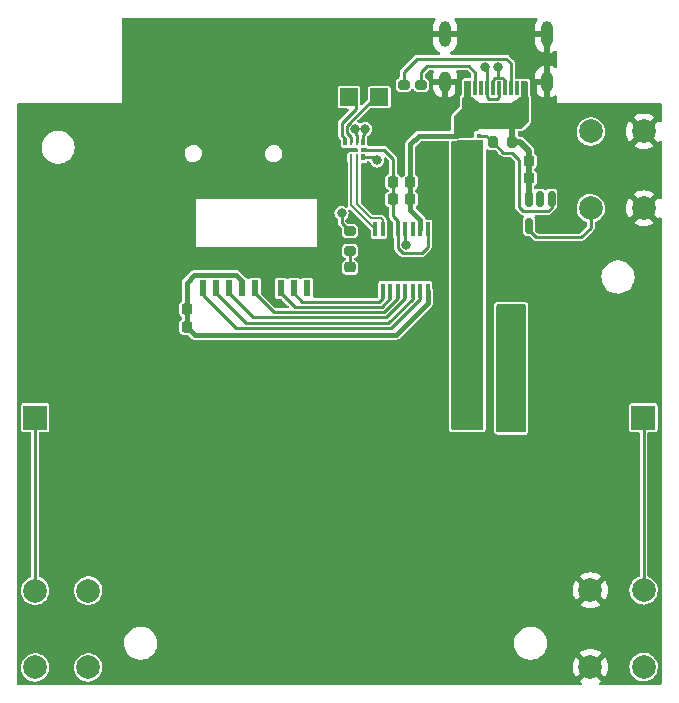
<source format=gbr>
%TF.GenerationSoftware,KiCad,Pcbnew,(6.0.11)*%
%TF.CreationDate,2023-04-24T21:00:32-04:00*%
%TF.ProjectId,GC Nano Top,4743204e-616e-46f2-9054-6f702e6b6963,rev?*%
%TF.SameCoordinates,Original*%
%TF.FileFunction,Copper,L1,Top*%
%TF.FilePolarity,Positive*%
%FSLAX46Y46*%
G04 Gerber Fmt 4.6, Leading zero omitted, Abs format (unit mm)*
G04 Created by KiCad (PCBNEW (6.0.11)) date 2023-04-24 21:00:32*
%MOMM*%
%LPD*%
G01*
G04 APERTURE LIST*
G04 Aperture macros list*
%AMRoundRect*
0 Rectangle with rounded corners*
0 $1 Rounding radius*
0 $2 $3 $4 $5 $6 $7 $8 $9 X,Y pos of 4 corners*
0 Add a 4 corners polygon primitive as box body*
4,1,4,$2,$3,$4,$5,$6,$7,$8,$9,$2,$3,0*
0 Add four circle primitives for the rounded corners*
1,1,$1+$1,$2,$3*
1,1,$1+$1,$4,$5*
1,1,$1+$1,$6,$7*
1,1,$1+$1,$8,$9*
0 Add four rect primitives between the rounded corners*
20,1,$1+$1,$2,$3,$4,$5,0*
20,1,$1+$1,$4,$5,$6,$7,0*
20,1,$1+$1,$6,$7,$8,$9,0*
20,1,$1+$1,$8,$9,$2,$3,0*%
G04 Aperture macros list end*
%TA.AperFunction,SMDPad,CuDef*%
%ADD10RoundRect,0.225000X0.225000X0.250000X-0.225000X0.250000X-0.225000X-0.250000X0.225000X-0.250000X0*%
%TD*%
%TA.AperFunction,SMDPad,CuDef*%
%ADD11RoundRect,0.225000X-0.225000X-0.250000X0.225000X-0.250000X0.225000X0.250000X-0.225000X0.250000X0*%
%TD*%
%TA.AperFunction,SMDPad,CuDef*%
%ADD12R,2.000000X2.000000*%
%TD*%
%TA.AperFunction,SMDPad,CuDef*%
%ADD13RoundRect,0.200000X-0.275000X0.200000X-0.275000X-0.200000X0.275000X-0.200000X0.275000X0.200000X0*%
%TD*%
%TA.AperFunction,SMDPad,CuDef*%
%ADD14RoundRect,0.200000X-0.200000X-0.275000X0.200000X-0.275000X0.200000X0.275000X-0.200000X0.275000X0*%
%TD*%
%TA.AperFunction,SMDPad,CuDef*%
%ADD15RoundRect,0.218750X0.256250X-0.218750X0.256250X0.218750X-0.256250X0.218750X-0.256250X-0.218750X0*%
%TD*%
%TA.AperFunction,SMDPad,CuDef*%
%ADD16R,0.400000X1.200000*%
%TD*%
%TA.AperFunction,SMDPad,CuDef*%
%ADD17RoundRect,0.150000X0.150000X-0.512500X0.150000X0.512500X-0.150000X0.512500X-0.150000X-0.512500X0*%
%TD*%
%TA.AperFunction,ComponentPad*%
%ADD18O,1.000000X2.200000*%
%TD*%
%TA.AperFunction,ComponentPad*%
%ADD19O,1.000000X1.800000*%
%TD*%
%TA.AperFunction,SMDPad,CuDef*%
%ADD20R,0.609600X1.143000*%
%TD*%
%TA.AperFunction,SMDPad,CuDef*%
%ADD21R,0.304800X1.143000*%
%TD*%
%TA.AperFunction,SMDPad,CuDef*%
%ADD22R,0.400000X0.350000*%
%TD*%
%TA.AperFunction,SMDPad,CuDef*%
%ADD23R,1.200000X1.100000*%
%TD*%
%TA.AperFunction,SMDPad,CuDef*%
%ADD24R,0.800000X0.460000*%
%TD*%
%TA.AperFunction,SMDPad,CuDef*%
%ADD25R,1.500000X1.500000*%
%TD*%
%TA.AperFunction,SMDPad,CuDef*%
%ADD26R,0.300000X0.530000*%
%TD*%
%TA.AperFunction,SMDPad,CuDef*%
%ADD27R,0.250000X0.530000*%
%TD*%
%TA.AperFunction,SMDPad,CuDef*%
%ADD28R,0.630000X0.350000*%
%TD*%
%TA.AperFunction,SMDPad,CuDef*%
%ADD29R,0.620000X1.400000*%
%TD*%
%TA.AperFunction,SMDPad,CuDef*%
%ADD30R,1.100000X2.400000*%
%TD*%
%TA.AperFunction,ComponentPad*%
%ADD31C,2.000000*%
%TD*%
%TA.AperFunction,ViaPad*%
%ADD32C,0.800000*%
%TD*%
%TA.AperFunction,Conductor*%
%ADD33C,0.250000*%
%TD*%
%TA.AperFunction,Conductor*%
%ADD34C,0.500000*%
%TD*%
%TA.AperFunction,Conductor*%
%ADD35C,0.450000*%
%TD*%
%TA.AperFunction,Conductor*%
%ADD36C,0.200000*%
%TD*%
G04 APERTURE END LIST*
D10*
%TO.P,C8,1*%
%TO.N,SD_PMOS*%
X147900000Y-59700000D03*
%TO.P,C8,2*%
%TO.N,GND*%
X146350000Y-59700000D03*
%TD*%
D11*
%TO.P,C4,1*%
%TO.N,5V_IN*%
X176875000Y-48650000D03*
%TO.P,C4,2*%
%TO.N,GND*%
X178425000Y-48650000D03*
%TD*%
D12*
%TO.P,GND,1,1*%
%TO.N,GND*%
X179075000Y-60550000D03*
%TD*%
D11*
%TO.P,C5,1*%
%TO.N,5V_IN*%
X166825000Y-48925000D03*
%TO.P,C5,2*%
%TO.N,GND*%
X168375000Y-48925000D03*
%TD*%
D13*
%TO.P,R3,1*%
%TO.N,Net-(R3-Pad1)*%
X161725000Y-53125000D03*
%TO.P,R3,2*%
%TO.N,Net-(D1-Pad2)*%
X161725000Y-54775000D03*
%TD*%
D10*
%TO.P,C3,1*%
%TO.N,3V3_MUX*%
X165350000Y-48925000D03*
%TO.P,C3,2*%
%TO.N,GND*%
X163800000Y-48925000D03*
%TD*%
D12*
%TO.P,Sync,1,1*%
%TO.N,Net-(SW2-Pad2)*%
X135050000Y-68900000D03*
%TD*%
D14*
%TO.P,R4,1*%
%TO.N,~{OUT}*%
X173800000Y-45575000D03*
%TO.P,R4,2*%
%TO.N,5V_IN*%
X175450000Y-45575000D03*
%TD*%
D12*
%TO.P,5V,1,1*%
%TO.N,5V_SW*%
X171625000Y-68900000D03*
%TD*%
D15*
%TO.P,D1,1,K*%
%TO.N,GND*%
X161725000Y-57762500D03*
%TO.P,D1,2,A*%
%TO.N,Net-(D1-Pad2)*%
X161725000Y-56187500D03*
%TD*%
D16*
%TO.P,U1,1,VSS*%
%TO.N,GND*%
X163852500Y-58150000D03*
%TO.P,U1,2,D1*%
%TO.N,D1*%
X164487500Y-58150000D03*
%TO.P,U1,3,D0*%
%TO.N,D0*%
X165122500Y-58150000D03*
%TO.P,U1,4,CLK*%
%TO.N,CLK*%
X165757500Y-58150000D03*
%TO.P,U1,5,CMD*%
%TO.N,CMD*%
X166392500Y-58150000D03*
%TO.P,U1,6,D3*%
%TO.N,D3*%
X167027500Y-58150000D03*
%TO.P,U1,7,D2*%
%TO.N,D2*%
X167662500Y-58150000D03*
%TO.P,U1,8,PMOS*%
%TO.N,SD_PMOS*%
X168297500Y-58150000D03*
%TO.P,U1,9,VDD*%
%TO.N,3V3_MUX*%
X168297500Y-52950000D03*
%TO.P,U1,10,5V*%
%TO.N,5V_IN*%
X167662500Y-52950000D03*
%TO.P,U1,11,GPIO*%
%TO.N,unconnected-(U1-Pad11)*%
X167027500Y-52950000D03*
%TO.P,U1,12,LED*%
%TO.N,Net-(R3-Pad1)*%
X166392500Y-52950000D03*
%TO.P,U1,13,VDDA*%
%TO.N,3V3_MUX*%
X165757500Y-52950000D03*
%TO.P,U1,14,VSS*%
%TO.N,GND*%
X165122500Y-52950000D03*
%TO.P,U1,15,DP*%
%TO.N,D+*%
X164487500Y-52950000D03*
%TO.P,U1,16,DM*%
%TO.N,D-*%
X163852500Y-52950000D03*
%TD*%
D10*
%TO.P,C7,1*%
%TO.N,SD_PMOS*%
X147900000Y-61225000D03*
%TO.P,C7,2*%
%TO.N,GND*%
X146350000Y-61225000D03*
%TD*%
D13*
%TO.P,R1,1*%
%TO.N,Net-(J1-PadA5)*%
X166250000Y-40725000D03*
%TO.P,R1,2*%
%TO.N,GND*%
X166250000Y-42375000D03*
%TD*%
D12*
%TO.P,3V3,1,1*%
%TO.N,3V3*%
X175350000Y-68900000D03*
%TD*%
D17*
%TO.P,U2,1,IN*%
%TO.N,Net-(SW1-Pad2)*%
X176875000Y-52662500D03*
%TO.P,U2,2,GND*%
%TO.N,GND*%
X177825000Y-52662500D03*
%TO.P,U2,3,CLEAR*%
X178775000Y-52662500D03*
%TO.P,U2,4,~{OUT}*%
%TO.N,~{OUT}*%
X178775000Y-50387500D03*
%TO.P,U2,5,OUT*%
%TO.N,unconnected-(U2-Pad5)*%
X177825000Y-50387500D03*
%TO.P,U2,6,VCC*%
%TO.N,5V_IN*%
X176875000Y-50387500D03*
%TD*%
D11*
%TO.P,C2,1*%
%TO.N,5V_IN*%
X176875000Y-47150000D03*
%TO.P,C2,2*%
%TO.N,GND*%
X178425000Y-47150000D03*
%TD*%
D18*
%TO.P,J1,13*%
%TO.N,GND*%
X178395000Y-36453199D03*
%TO.P,J1,14*%
X169755000Y-36453199D03*
D19*
%TO.P,J1,15*%
X178395000Y-40453200D03*
%TO.P,J1,16*%
X169755000Y-40453200D03*
D20*
%TO.P,J1,A1/B12*%
X177275001Y-41028199D03*
%TO.P,J1,A4/B9*%
%TO.N,5V_IN*%
X176475000Y-41028199D03*
D21*
%TO.P,J1,A5,CC1*%
%TO.N,Net-(J1-PadA5)*%
X175325000Y-41028199D03*
%TO.P,J1,A6,D+*%
%TO.N,D+C*%
X174325000Y-41028199D03*
%TO.P,J1,A7,D-*%
%TO.N,D-C*%
X173825000Y-41028199D03*
%TO.P,J1,A8,SBU1*%
%TO.N,unconnected-(J1-PadA8)*%
X172825000Y-41028199D03*
D20*
%TO.P,J1,B1/A12*%
%TO.N,GND*%
X170875001Y-41028199D03*
%TO.P,J1,B4/A9*%
%TO.N,5V_IN*%
X171675000Y-41028199D03*
D21*
%TO.P,J1,B5,CC2*%
%TO.N,Net-(J1-PadB5)*%
X172324940Y-41028199D03*
%TO.P,J1,B6,D+*%
%TO.N,D+C*%
X173324941Y-41028199D03*
%TO.P,J1,B7,D-*%
%TO.N,D-C*%
X174824940Y-41028199D03*
%TO.P,J1,B8,SBU2*%
%TO.N,unconnected-(J1-PadB8)*%
X175824941Y-41028199D03*
%TD*%
D10*
%TO.P,C1,1*%
%TO.N,3V3_MUX*%
X165350000Y-50425000D03*
%TO.P,C1,2*%
%TO.N,GND*%
X163800000Y-50425000D03*
%TD*%
D12*
%TO.P,5V,1,1*%
%TO.N,5V_SW*%
X171625000Y-60550000D03*
%TD*%
%TO.P,3V3,1,1*%
%TO.N,3V3*%
X175350000Y-60550000D03*
%TD*%
%TO.P,Reset,1,1*%
%TO.N,Net-(SW3-Pad2)*%
X186550000Y-68900000D03*
%TD*%
D22*
%TO.P,Q1,1,D*%
%TO.N,5V_SW*%
X172600000Y-46325000D03*
%TO.P,Q1,2,D*%
X172600000Y-45675000D03*
%TO.P,Q1,3,G*%
%TO.N,~{OUT}*%
X172600000Y-45025000D03*
%TO.P,Q1,4,S*%
%TO.N,5V_IN*%
X170700000Y-45025000D03*
%TO.P,Q1,5,D*%
%TO.N,5V_SW*%
X170700000Y-45675000D03*
%TO.P,Q1,6,D*%
X170700000Y-46325000D03*
D23*
%TO.P,Q1,7,D*%
X171650000Y-45950000D03*
D24*
%TO.P,Q1,8,S*%
%TO.N,5V_IN*%
X171650000Y-44960000D03*
%TD*%
D25*
%TO.P,D+,1,1*%
%TO.N,Net-(TP3-Pad1)*%
X164200000Y-41775000D03*
%TD*%
D12*
%TO.P,GND,1,1*%
%TO.N,GND*%
X179075000Y-68900000D03*
%TD*%
D26*
%TO.P,U3,1,1D+*%
%TO.N,D+C*%
X162825000Y-45600000D03*
D27*
%TO.P,U3,2,1D-*%
%TO.N,D-C*%
X162325000Y-45600000D03*
%TO.P,U3,3,2D+*%
%TO.N,Net-(TP3-Pad1)*%
X161825000Y-45600000D03*
D26*
%TO.P,U3,4,2D-*%
%TO.N,Net-(TP4-Pad1)*%
X161325000Y-45600000D03*
D28*
%TO.P,U3,5,GND*%
%TO.N,GND*%
X161235000Y-46240000D03*
D26*
%TO.P,U3,6,~{OE*%
X161325000Y-46880000D03*
D27*
%TO.P,U3,7,D-*%
%TO.N,D-*%
X161825000Y-46880000D03*
%TO.P,U3,8,D+*%
%TO.N,D+*%
X162325000Y-46880000D03*
D26*
%TO.P,U3,9,S*%
%TO.N,5V_SW*%
X162825000Y-46880000D03*
D28*
%TO.P,U3,10,VDD*%
%TO.N,3V3_MUX*%
X162915000Y-46240000D03*
%TD*%
D13*
%TO.P,R2,1*%
%TO.N,Net-(J1-PadB5)*%
X167750000Y-40725000D03*
%TO.P,R2,2*%
%TO.N,GND*%
X167750000Y-42375000D03*
%TD*%
D25*
%TO.P,D-,1,1*%
%TO.N,Net-(TP4-Pad1)*%
X161625000Y-41775000D03*
%TD*%
D11*
%TO.P,C6,1*%
%TO.N,5V_IN*%
X166825000Y-50425000D03*
%TO.P,C6,2*%
%TO.N,GND*%
X168375000Y-50425000D03*
%TD*%
D29*
%TO.P,J2,P1,DAT2*%
%TO.N,D2*%
X149270000Y-57970000D03*
%TO.P,J2,P2,CD/DAT3*%
%TO.N,D3*%
X150370000Y-57970000D03*
%TO.P,J2,P3,CMD*%
%TO.N,CMD*%
X151470000Y-57970000D03*
%TO.P,J2,P4,VDD*%
%TO.N,SD_PMOS*%
X152570000Y-57970000D03*
%TO.P,J2,P5,CLK*%
%TO.N,CLK*%
X153670000Y-57970000D03*
%TO.P,J2,P6,VSS*%
%TO.N,GND*%
X154770000Y-57970000D03*
%TO.P,J2,P7,DAT0*%
%TO.N,D0*%
X155870000Y-57970000D03*
%TO.P,J2,P8,DAT1*%
%TO.N,D1*%
X156970000Y-57970000D03*
%TO.P,J2,P9,CD*%
%TO.N,unconnected-(J2-PadP9)*%
X158070000Y-57970000D03*
D30*
%TO.P,J2,SH1,SHIELD*%
%TO.N,GND*%
X159450000Y-46970000D03*
%TO.P,J2,SH2,SHIELD*%
X159450000Y-55970000D03*
%TO.P,J2,SH3,SHIELD*%
X143300000Y-55970000D03*
%TO.P,J2,SH4,SHIELD*%
X143300000Y-46970000D03*
%TD*%
D31*
%TO.P,SW3,1,1*%
%TO.N,GND*%
X182075000Y-83525000D03*
X182075000Y-90025000D03*
%TO.P,SW3,2,2*%
%TO.N,N/C*%
X186575000Y-90025000D03*
%TO.N,Net-(SW3-Pad2)*%
X186575000Y-83525000D03*
%TD*%
%TO.P,SW1,1,1*%
%TO.N,GND*%
X186600000Y-51175000D03*
X186600000Y-44675000D03*
%TO.P,SW1,2,2*%
%TO.N,N/C*%
X182100000Y-44675000D03*
%TO.N,Net-(SW1-Pad2)*%
X182100000Y-51175000D03*
%TD*%
%TO.P,SW2,1,1*%
%TO.N,3V3*%
X139550000Y-83550000D03*
%TO.N,N/C*%
X139550000Y-90050000D03*
%TO.P,SW2,2,2*%
%TO.N,Net-(SW2-Pad2)*%
X135050000Y-83550000D03*
%TO.N,N/C*%
X135050000Y-90050000D03*
%TD*%
D32*
%TO.N,GND*%
X179625000Y-60000000D03*
X169525000Y-48925000D03*
X163100000Y-48000000D03*
X158750000Y-90775000D03*
X179625000Y-47150000D03*
X166250000Y-43475000D03*
X179625000Y-68350000D03*
X169500000Y-42900000D03*
X167750000Y-43475000D03*
X175050000Y-48350000D03*
X169525000Y-50450000D03*
X175075000Y-51575000D03*
X178525000Y-68350000D03*
X160250000Y-58000000D03*
X173825000Y-47050000D03*
X180025000Y-52675000D03*
X179625000Y-61100000D03*
X178525000Y-60000000D03*
X163000000Y-58000000D03*
X164675000Y-54250000D03*
X173850000Y-49875000D03*
X178525000Y-69450000D03*
X164600000Y-51350000D03*
X178525000Y-61100000D03*
X154025000Y-56250000D03*
X155525000Y-56225000D03*
X179625000Y-69450000D03*
X168625000Y-46150000D03*
X179650000Y-48650000D03*
%TO.N,5V_IN*%
X173850000Y-43275000D03*
X175900000Y-43275000D03*
X171725000Y-43275000D03*
%TO.N,D+C*%
X173150000Y-39250000D03*
X163000000Y-44475000D03*
%TO.N,D-C*%
X162175000Y-44475000D03*
X174250000Y-39225000D03*
%TO.N,5V_SW*%
X171075000Y-68350000D03*
X172175000Y-68350000D03*
X164000000Y-47125000D03*
X171650000Y-48775000D03*
X171650000Y-47950000D03*
X171650000Y-50425000D03*
X171650000Y-47125000D03*
X172175000Y-61100000D03*
X171650000Y-52900000D03*
X172175000Y-69450000D03*
X171075000Y-60000000D03*
X171075000Y-61100000D03*
X172175000Y-60000000D03*
X171075000Y-69450000D03*
X171650000Y-52075000D03*
X171650000Y-51250000D03*
X171650000Y-49600000D03*
%TO.N,Net-(R3-Pad1)*%
X161000000Y-51600000D03*
X166475000Y-54250000D03*
%TO.N,3V3*%
X174800000Y-60000000D03*
X174800000Y-61100000D03*
X175900000Y-69450000D03*
X175900000Y-68350000D03*
X175900000Y-60000000D03*
X174800000Y-68350000D03*
X175900000Y-61100000D03*
X174800000Y-69450000D03*
%TD*%
D33*
%TO.N,3V3_MUX*%
X165350000Y-50425000D02*
X165350000Y-48925000D01*
X165750000Y-54550305D02*
X166174695Y-54975000D01*
X165750000Y-52957500D02*
X165750000Y-54550305D01*
X166174695Y-54975000D02*
X167775000Y-54975000D01*
X164615000Y-46240000D02*
X162915000Y-46240000D01*
X167775000Y-54975000D02*
X168297500Y-54452500D01*
X165757500Y-52282500D02*
X165350000Y-51875000D01*
X165757500Y-52950000D02*
X165757500Y-52282500D01*
X165757500Y-52950000D02*
X165750000Y-52957500D01*
X165350000Y-51875000D02*
X165350000Y-50425000D01*
X168297500Y-54452500D02*
X168297500Y-52950000D01*
X165350000Y-48925000D02*
X165350000Y-46975000D01*
X165350000Y-46975000D02*
X164615000Y-46240000D01*
D34*
%TO.N,5V_IN*%
X176875000Y-46325000D02*
X176875000Y-47150000D01*
D35*
X166825000Y-48925000D02*
X166825000Y-45775000D01*
X166825000Y-50425000D02*
X166825000Y-48925000D01*
D34*
X176875000Y-47150000D02*
X176875000Y-48650000D01*
D35*
X166825000Y-45775000D02*
X167575000Y-45025000D01*
X166825000Y-51300000D02*
X166825000Y-50425000D01*
X167662500Y-52950000D02*
X167662500Y-52137500D01*
D34*
X175450000Y-43725000D02*
X175900000Y-43275000D01*
X176875000Y-48650000D02*
X176875000Y-50387500D01*
D35*
X167662500Y-52137500D02*
X166825000Y-51300000D01*
D34*
X175450000Y-45575000D02*
X175450000Y-43725000D01*
X175450000Y-45575000D02*
X176125000Y-45575000D01*
X176125000Y-45575000D02*
X176875000Y-46325000D01*
D35*
X167575000Y-45025000D02*
X170700000Y-45025000D01*
%TO.N,SD_PMOS*%
X147900000Y-61225000D02*
X147900000Y-59700000D01*
X148535000Y-56845000D02*
X152075000Y-56845000D01*
X148550000Y-61875000D02*
X147900000Y-61225000D01*
X168297500Y-58150000D02*
X168297500Y-59200000D01*
X147900000Y-59700000D02*
X147900000Y-57480000D01*
X165622500Y-61875000D02*
X148550000Y-61875000D01*
X147900000Y-57480000D02*
X148535000Y-56845000D01*
X168297500Y-59200000D02*
X165622500Y-61875000D01*
X152570000Y-57340000D02*
X152570000Y-57970000D01*
X152075000Y-56845000D02*
X152570000Y-57340000D01*
D33*
%TO.N,Net-(D1-Pad2)*%
X161725000Y-54775000D02*
X161725000Y-56187500D01*
%TO.N,Net-(J1-PadA5)*%
X174950000Y-38500000D02*
X175325000Y-38875000D01*
X167425000Y-38500000D02*
X174950000Y-38500000D01*
X166250000Y-39675000D02*
X167425000Y-38500000D01*
X166250000Y-39675000D02*
X166250000Y-40725000D01*
X175325000Y-38875000D02*
X175325000Y-41028199D01*
%TO.N,D+C*%
X173325000Y-40100000D02*
X173324941Y-40100059D01*
X173325000Y-39400000D02*
X173325000Y-40100000D01*
X173525301Y-41924699D02*
X174125301Y-41924699D01*
X174325000Y-41725000D02*
X174325000Y-41028199D01*
X173324941Y-41474941D02*
X173325000Y-41475000D01*
X174125301Y-41924699D02*
X174325000Y-41725000D01*
X173324941Y-40100059D02*
X173324941Y-41028199D01*
X173325000Y-41475000D02*
X173325000Y-41725000D01*
X162825000Y-44950000D02*
X162825000Y-45600000D01*
X173150000Y-39225000D02*
X173325000Y-39400000D01*
X163000000Y-44775000D02*
X162825000Y-44950000D01*
X173525000Y-41925000D02*
X173525301Y-41924699D01*
X173325000Y-41725000D02*
X173525000Y-41925000D01*
X173324941Y-41028199D02*
X173324941Y-41474941D01*
X163000000Y-44475000D02*
X163000000Y-44775000D01*
%TO.N,D-C*%
X162175000Y-44475000D02*
X162175000Y-44835000D01*
X174625000Y-40125000D02*
X174824940Y-40324940D01*
X174824940Y-40324940D02*
X174824940Y-41028199D01*
X162175000Y-44835000D02*
X162325000Y-44985000D01*
X174025000Y-40125000D02*
X174250000Y-40125000D01*
X162325000Y-44985000D02*
X162325000Y-45600000D01*
X173825000Y-40325000D02*
X174025000Y-40125000D01*
X174250000Y-39225000D02*
X174250000Y-40125000D01*
X174250000Y-40125000D02*
X174625000Y-40125000D01*
X173825000Y-41028199D02*
X173825000Y-40325000D01*
%TO.N,Net-(J1-PadB5)*%
X167750000Y-39675000D02*
X168275000Y-39150000D01*
X172324940Y-39699940D02*
X172324940Y-41028199D01*
X171775000Y-39150000D02*
X172324940Y-39699940D01*
X168275000Y-39150000D02*
X171775000Y-39150000D01*
X167750000Y-39675000D02*
X167750000Y-40725000D01*
%TO.N,D2*%
X167662500Y-58821688D02*
X167662500Y-58150000D01*
X149270000Y-58530000D02*
X152065000Y-61325000D01*
X152065000Y-61325000D02*
X165159188Y-61325000D01*
X165159188Y-61325000D02*
X167662500Y-58821688D01*
X149270000Y-57970000D02*
X149270000Y-58530000D01*
%TO.N,D3*%
X164972792Y-60875000D02*
X167027500Y-58820292D01*
X150370000Y-58360000D02*
X152885000Y-60875000D01*
X150370000Y-57970000D02*
X150370000Y-58360000D01*
X152885000Y-60875000D02*
X164972792Y-60875000D01*
X167027500Y-58820292D02*
X167027500Y-58150000D01*
%TO.N,CMD*%
X166392500Y-58818896D02*
X166392500Y-58150000D01*
X153535000Y-60425000D02*
X164786396Y-60425000D01*
X164786396Y-60425000D02*
X166392500Y-58818896D01*
X151470000Y-57970000D02*
X151470000Y-58360000D01*
X151470000Y-58360000D02*
X153535000Y-60425000D01*
%TO.N,CLK*%
X155285000Y-59975000D02*
X164600000Y-59975000D01*
X164600000Y-59975000D02*
X165757500Y-58817500D01*
X153670000Y-57970000D02*
X153670000Y-58360000D01*
X165757500Y-58817500D02*
X165757500Y-58150000D01*
X153670000Y-58360000D02*
X155285000Y-59975000D01*
%TO.N,D0*%
X165122500Y-58802500D02*
X165122500Y-58150000D01*
X155870000Y-58360000D02*
X157035000Y-59525000D01*
X155870000Y-57970000D02*
X155870000Y-58360000D01*
X157035000Y-59525000D02*
X164400000Y-59525000D01*
X164400000Y-59525000D02*
X165122500Y-58802500D01*
%TO.N,D1*%
X164487500Y-58787500D02*
X164487500Y-58150000D01*
X164200000Y-59075000D02*
X164487500Y-58787500D01*
X156970000Y-58360000D02*
X157685000Y-59075000D01*
X157685000Y-59075000D02*
X164200000Y-59075000D01*
X156970000Y-57970000D02*
X156970000Y-58360000D01*
%TO.N,5V_SW*%
X163850000Y-47125000D02*
X163605000Y-46880000D01*
X163605000Y-46880000D02*
X162825000Y-46880000D01*
X164000000Y-47125000D02*
X163850000Y-47125000D01*
%TO.N,~{OUT}*%
X175425000Y-46475000D02*
X176025000Y-47075000D01*
X174700000Y-46475000D02*
X175425000Y-46475000D01*
X178775000Y-51125000D02*
X178775000Y-50387500D01*
X173250000Y-45025000D02*
X173800000Y-45575000D01*
X173800000Y-45575000D02*
X174700000Y-46475000D01*
X178450000Y-51450000D02*
X178775000Y-51125000D01*
X176025000Y-47075000D02*
X176025000Y-51075000D01*
X172600000Y-45025000D02*
X173250000Y-45025000D01*
X176025000Y-51075000D02*
X176400000Y-51450000D01*
X176400000Y-51450000D02*
X178450000Y-51450000D01*
%TO.N,Net-(R3-Pad1)*%
X161000000Y-52400000D02*
X161725000Y-53125000D01*
X166392500Y-54167500D02*
X166475000Y-54250000D01*
X161000000Y-51600000D02*
X161000000Y-52400000D01*
X166392500Y-52950000D02*
X166392500Y-54167500D01*
%TO.N,Net-(SW1-Pad2)*%
X182100000Y-52825000D02*
X182100000Y-51175000D01*
X176875000Y-52662500D02*
X176875000Y-53046751D01*
X181275000Y-53650000D02*
X182100000Y-52825000D01*
X176875000Y-53046751D02*
X177478249Y-53650000D01*
X177478249Y-53650000D02*
X181275000Y-53650000D01*
%TO.N,Net-(SW2-Pad2)*%
X135050000Y-83550000D02*
X135050000Y-68900000D01*
%TO.N,Net-(SW3-Pad2)*%
X186575000Y-68925000D02*
X186550000Y-68900000D01*
X186575000Y-83525000D02*
X186575000Y-68925000D01*
%TO.N,Net-(TP3-Pad1)*%
X161450000Y-44174695D02*
X163849695Y-41775000D01*
X161450000Y-44775305D02*
X161450000Y-44174695D01*
X163849695Y-41775000D02*
X164200000Y-41775000D01*
X161825000Y-45150305D02*
X161450000Y-44775305D01*
X161825000Y-45600000D02*
X161825000Y-45150305D01*
%TO.N,Net-(TP4-Pad1)*%
X161325000Y-45300000D02*
X161000000Y-44975000D01*
X161000000Y-43975000D02*
X161013299Y-43975000D01*
X161000000Y-44975000D02*
X161000000Y-43975000D01*
X162244150Y-42744149D02*
X162244150Y-42394150D01*
X161325000Y-45600000D02*
X161325000Y-45300000D01*
X162244150Y-42394150D02*
X161625000Y-41775000D01*
X161013299Y-43975000D02*
X162244150Y-42744149D01*
D36*
%TO.N,D+*%
X162325000Y-50856814D02*
X163509093Y-52040907D01*
X164487500Y-52185000D02*
X164487500Y-52950000D01*
X163509093Y-52040907D02*
X164343407Y-52040907D01*
X162325000Y-46880000D02*
X162325000Y-50856814D01*
X164343407Y-52040907D02*
X164487500Y-52185000D01*
%TO.N,D-*%
X161825000Y-46880000D02*
X161825000Y-50922500D01*
X161825000Y-50922500D02*
X163852500Y-52950000D01*
%TD*%
%TA.AperFunction,Conductor*%
%TO.N,5V_IN*%
G36*
X171914161Y-40395002D02*
G01*
X171960654Y-40448658D01*
X171972040Y-40501000D01*
X171972040Y-41619447D01*
X171983673Y-41677930D01*
X172027988Y-41744251D01*
X172094309Y-41788566D01*
X172106482Y-41790987D01*
X172113290Y-41793807D01*
X172146113Y-41813735D01*
X172725000Y-42300000D01*
X175375000Y-42300000D01*
X176015713Y-41807144D01*
X176043796Y-41790908D01*
X176055572Y-41788566D01*
X176121893Y-41744251D01*
X176166208Y-41677930D01*
X176177841Y-41619447D01*
X176177841Y-40526000D01*
X176197843Y-40457879D01*
X176251499Y-40411386D01*
X176303841Y-40400000D01*
X176643701Y-40400000D01*
X176711822Y-40420002D01*
X176758315Y-40473658D01*
X176769701Y-40526000D01*
X176769701Y-41619447D01*
X176781334Y-41677930D01*
X176788227Y-41688246D01*
X176825649Y-41744251D01*
X176822843Y-41746126D01*
X176847121Y-41790587D01*
X176850000Y-41817370D01*
X176850000Y-43772810D01*
X176829998Y-43840931D01*
X176813095Y-43861905D01*
X176261905Y-44413095D01*
X176199593Y-44447121D01*
X176172810Y-44450000D01*
X172625000Y-44450000D01*
X172478265Y-44608963D01*
X172417363Y-44645452D01*
X172392575Y-44648619D01*
X172392602Y-44648893D01*
X172386439Y-44649500D01*
X172380252Y-44649500D01*
X172374184Y-44650707D01*
X172333939Y-44658712D01*
X172333938Y-44658712D01*
X172321769Y-44661133D01*
X172255448Y-44705448D01*
X172211133Y-44771769D01*
X172199500Y-44830252D01*
X172199500Y-45073500D01*
X172179498Y-45141621D01*
X172125842Y-45188114D01*
X172073500Y-45199500D01*
X171030252Y-45199500D01*
X171024184Y-45200707D01*
X170983939Y-45208712D01*
X170983938Y-45208712D01*
X170971769Y-45211133D01*
X170961453Y-45218026D01*
X170907967Y-45253765D01*
X170837964Y-45275000D01*
X170626000Y-45275000D01*
X170557879Y-45254998D01*
X170511386Y-45201342D01*
X170500000Y-45149000D01*
X170500000Y-43427190D01*
X170520002Y-43359069D01*
X170536905Y-43338095D01*
X171200000Y-42675000D01*
X171200000Y-41894174D01*
X171220002Y-41826053D01*
X171260477Y-41792226D01*
X171258032Y-41788566D01*
X171314040Y-41751142D01*
X171324353Y-41744251D01*
X171368668Y-41677930D01*
X171380301Y-41619447D01*
X171380301Y-40501000D01*
X171400303Y-40432879D01*
X171453959Y-40386386D01*
X171506301Y-40375000D01*
X171846040Y-40375000D01*
X171914161Y-40395002D01*
G37*
%TD.AperFunction*%
%TD*%
%TA.AperFunction,Conductor*%
%TO.N,5V_SW*%
G36*
X172378578Y-45400167D02*
G01*
X172380252Y-45400500D01*
X172819748Y-45400500D01*
X172821422Y-45400167D01*
X172824826Y-45400000D01*
X172874000Y-45400000D01*
X172942121Y-45420002D01*
X172988614Y-45473658D01*
X173000000Y-45526000D01*
X173000000Y-69824000D01*
X172979998Y-69892121D01*
X172926342Y-69938614D01*
X172874000Y-69950000D01*
X170426000Y-69950000D01*
X170357879Y-69929998D01*
X170311386Y-69876342D01*
X170300000Y-69824000D01*
X170300000Y-45576500D01*
X170320002Y-45508379D01*
X170373658Y-45461886D01*
X170426000Y-45450500D01*
X170733488Y-45450500D01*
X170793851Y-45440940D01*
X170823335Y-45436270D01*
X170823337Y-45436269D01*
X170833126Y-45434719D01*
X170841962Y-45430217D01*
X170874315Y-45413733D01*
X170931517Y-45400000D01*
X172375174Y-45400000D01*
X172378578Y-45400167D01*
G37*
%TD.AperFunction*%
%TD*%
%TA.AperFunction,Conductor*%
%TO.N,3V3*%
G36*
X176542121Y-59320002D02*
G01*
X176588614Y-59373658D01*
X176600000Y-59426000D01*
X176600000Y-70024000D01*
X176579998Y-70092121D01*
X176526342Y-70138614D01*
X176474000Y-70150000D01*
X174226000Y-70150000D01*
X174157879Y-70129998D01*
X174111386Y-70076342D01*
X174100000Y-70024000D01*
X174100000Y-59426000D01*
X174120002Y-59357879D01*
X174173658Y-59311386D01*
X174226000Y-59300000D01*
X176474000Y-59300000D01*
X176542121Y-59320002D01*
G37*
%TD.AperFunction*%
%TD*%
%TA.AperFunction,Conductor*%
%TO.N,GND*%
G36*
X168910551Y-35070502D02*
G01*
X168957044Y-35124158D01*
X168967148Y-35194432D01*
X168938952Y-35257490D01*
X168923226Y-35276232D01*
X168916292Y-35286358D01*
X168826998Y-35448784D01*
X168822166Y-35460057D01*
X168766120Y-35636737D01*
X168763570Y-35648731D01*
X168747393Y-35792960D01*
X168747000Y-35799984D01*
X168747000Y-36181084D01*
X168751475Y-36196323D01*
X168752865Y-36197528D01*
X168760548Y-36199199D01*
X170744885Y-36199199D01*
X170760124Y-36194724D01*
X170761329Y-36193334D01*
X170763000Y-36185651D01*
X170763000Y-35806542D01*
X170762699Y-35800394D01*
X170749188Y-35662596D01*
X170746805Y-35650561D01*
X170693233Y-35473123D01*
X170688559Y-35461783D01*
X170601540Y-35298122D01*
X170594748Y-35287899D01*
X170568842Y-35256135D01*
X170541288Y-35190703D01*
X170553484Y-35120762D01*
X170601557Y-35068517D01*
X170666485Y-35050500D01*
X177482430Y-35050500D01*
X177550551Y-35070502D01*
X177597044Y-35124158D01*
X177607148Y-35194432D01*
X177578952Y-35257490D01*
X177563226Y-35276232D01*
X177556292Y-35286358D01*
X177466998Y-35448784D01*
X177462166Y-35460057D01*
X177406120Y-35636737D01*
X177403570Y-35648731D01*
X177387393Y-35792960D01*
X177387000Y-35799984D01*
X177387000Y-36181084D01*
X177391475Y-36196323D01*
X177392865Y-36197528D01*
X177400548Y-36199199D01*
X178523000Y-36199199D01*
X178591121Y-36219201D01*
X178637614Y-36272857D01*
X178649000Y-36325199D01*
X178649000Y-38011123D01*
X178652973Y-38024654D01*
X178660768Y-38025774D01*
X178768521Y-37994061D01*
X178779889Y-37989468D01*
X178944154Y-37903592D01*
X178954415Y-37896878D01*
X179019548Y-37844510D01*
X179085171Y-37817414D01*
X179155025Y-37830098D01*
X179206933Y-37878534D01*
X179224500Y-37942707D01*
X179224500Y-39163384D01*
X179204498Y-39231505D01*
X179150842Y-39277998D01*
X179080568Y-39288102D01*
X179018184Y-39260468D01*
X178966145Y-39217417D01*
X178955973Y-39210556D01*
X178792924Y-39122396D01*
X178781619Y-39117644D01*
X178666308Y-39081950D01*
X178652205Y-39081744D01*
X178649000Y-39088499D01*
X178649000Y-41811124D01*
X178652973Y-41824655D01*
X178660768Y-41825775D01*
X178768521Y-41794062D01*
X178779889Y-41789469D01*
X178944154Y-41703593D01*
X178954415Y-41696879D01*
X179019548Y-41644511D01*
X179085171Y-41617415D01*
X179155025Y-41630099D01*
X179206933Y-41678535D01*
X179224500Y-41742708D01*
X179224500Y-42182654D01*
X179234338Y-42196195D01*
X179239510Y-42212112D01*
X179253050Y-42221950D01*
X179262888Y-42235490D01*
X179278805Y-42240662D01*
X179292346Y-42250500D01*
X187973500Y-42250500D01*
X188041621Y-42270502D01*
X188088114Y-42324158D01*
X188099500Y-42376500D01*
X188099500Y-43789068D01*
X188079498Y-43857189D01*
X188025842Y-43903682D01*
X187955568Y-43913786D01*
X187890988Y-43884292D01*
X187866068Y-43854903D01*
X187842568Y-43816555D01*
X187832110Y-43807093D01*
X187823334Y-43810876D01*
X186972022Y-44662188D01*
X186964408Y-44676132D01*
X186964539Y-44677965D01*
X186968790Y-44684580D01*
X187820290Y-45536080D01*
X187832670Y-45542840D01*
X187840320Y-45537113D01*
X187866068Y-45495097D01*
X187918715Y-45447465D01*
X187988757Y-45435859D01*
X188053954Y-45463963D01*
X188093608Y-45522853D01*
X188099500Y-45560932D01*
X188099500Y-50289068D01*
X188079498Y-50357189D01*
X188025842Y-50403682D01*
X187955568Y-50413786D01*
X187890988Y-50384292D01*
X187866068Y-50354903D01*
X187842568Y-50316555D01*
X187832110Y-50307093D01*
X187823334Y-50310876D01*
X186972022Y-51162188D01*
X186964408Y-51176132D01*
X186964539Y-51177965D01*
X186968790Y-51184580D01*
X187820290Y-52036080D01*
X187832670Y-52042840D01*
X187840320Y-52037113D01*
X187866068Y-51995097D01*
X187918715Y-51947465D01*
X187988757Y-51935859D01*
X188053954Y-51963963D01*
X188093608Y-52022853D01*
X188099500Y-52060932D01*
X188099500Y-91423500D01*
X188079498Y-91491621D01*
X188025842Y-91538114D01*
X187973500Y-91549500D01*
X182920136Y-91549500D01*
X182852015Y-91529498D01*
X182805522Y-91475842D01*
X182795418Y-91405568D01*
X182824912Y-91340988D01*
X182854301Y-91316068D01*
X182933445Y-91267568D01*
X182942907Y-91257110D01*
X182939124Y-91248334D01*
X182087812Y-90397022D01*
X182073868Y-90389408D01*
X182072035Y-90389539D01*
X182065420Y-90393790D01*
X181213920Y-91245290D01*
X181207160Y-91257670D01*
X181212887Y-91265320D01*
X181295699Y-91316068D01*
X181343330Y-91368715D01*
X181354937Y-91438757D01*
X181326834Y-91503954D01*
X181267943Y-91543608D01*
X181229864Y-91549500D01*
X133676500Y-91549500D01*
X133608379Y-91529498D01*
X133561886Y-91475842D01*
X133550500Y-91423500D01*
X133550500Y-90018440D01*
X133844770Y-90018440D01*
X133859200Y-90238604D01*
X133860621Y-90244200D01*
X133860622Y-90244205D01*
X133899433Y-90397022D01*
X133913511Y-90452452D01*
X133915928Y-90457694D01*
X133915928Y-90457695D01*
X133954046Y-90540379D01*
X134005883Y-90652821D01*
X134133222Y-90833002D01*
X134291264Y-90986961D01*
X134296060Y-90990166D01*
X134296063Y-90990168D01*
X134380261Y-91046427D01*
X134474717Y-91109540D01*
X134480020Y-91111818D01*
X134480023Y-91111820D01*
X134672129Y-91194355D01*
X134677436Y-91196635D01*
X134757088Y-91214658D01*
X134886995Y-91244054D01*
X134887001Y-91244055D01*
X134892632Y-91245329D01*
X134898403Y-91245556D01*
X134898405Y-91245556D01*
X134966211Y-91248220D01*
X135113098Y-91253991D01*
X135222275Y-91238161D01*
X135325738Y-91223160D01*
X135325743Y-91223159D01*
X135331452Y-91222331D01*
X135336916Y-91220476D01*
X135336921Y-91220475D01*
X135534907Y-91153268D01*
X135534912Y-91153266D01*
X135540379Y-91151410D01*
X135732884Y-91043602D01*
X135759547Y-91021427D01*
X135898086Y-90906204D01*
X135902518Y-90902518D01*
X135964256Y-90828287D01*
X136039908Y-90737326D01*
X136039910Y-90737323D01*
X136043602Y-90732884D01*
X136151410Y-90540379D01*
X136153266Y-90534912D01*
X136153268Y-90534907D01*
X136220475Y-90336921D01*
X136220476Y-90336916D01*
X136222331Y-90331452D01*
X136223159Y-90325743D01*
X136223160Y-90325738D01*
X136253458Y-90116772D01*
X136253991Y-90113098D01*
X136255643Y-90050000D01*
X136252743Y-90018440D01*
X138344770Y-90018440D01*
X138359200Y-90238604D01*
X138360621Y-90244200D01*
X138360622Y-90244205D01*
X138399433Y-90397022D01*
X138413511Y-90452452D01*
X138415928Y-90457694D01*
X138415928Y-90457695D01*
X138454046Y-90540379D01*
X138505883Y-90652821D01*
X138633222Y-90833002D01*
X138791264Y-90986961D01*
X138796060Y-90990166D01*
X138796063Y-90990168D01*
X138880261Y-91046427D01*
X138974717Y-91109540D01*
X138980020Y-91111818D01*
X138980023Y-91111820D01*
X139172129Y-91194355D01*
X139177436Y-91196635D01*
X139257088Y-91214658D01*
X139386995Y-91244054D01*
X139387001Y-91244055D01*
X139392632Y-91245329D01*
X139398403Y-91245556D01*
X139398405Y-91245556D01*
X139466211Y-91248220D01*
X139613098Y-91253991D01*
X139722275Y-91238161D01*
X139825738Y-91223160D01*
X139825743Y-91223159D01*
X139831452Y-91222331D01*
X139836916Y-91220476D01*
X139836921Y-91220475D01*
X140034907Y-91153268D01*
X140034912Y-91153266D01*
X140040379Y-91151410D01*
X140232884Y-91043602D01*
X140259547Y-91021427D01*
X140398086Y-90906204D01*
X140402518Y-90902518D01*
X140464256Y-90828287D01*
X140539908Y-90737326D01*
X140539910Y-90737323D01*
X140543602Y-90732884D01*
X140651410Y-90540379D01*
X140653266Y-90534912D01*
X140653268Y-90534907D01*
X140720475Y-90336921D01*
X140720476Y-90336916D01*
X140722331Y-90331452D01*
X140723159Y-90325743D01*
X140723160Y-90325738D01*
X140753458Y-90116772D01*
X140753991Y-90113098D01*
X140755643Y-90050000D01*
X140753799Y-90029930D01*
X180562725Y-90029930D01*
X180580572Y-90256699D01*
X180582115Y-90266446D01*
X180635217Y-90487627D01*
X180638266Y-90497012D01*
X180725313Y-90707163D01*
X180729795Y-90715958D01*
X180832432Y-90883445D01*
X180842890Y-90892907D01*
X180851666Y-90889124D01*
X181702978Y-90037812D01*
X181709356Y-90026132D01*
X182439408Y-90026132D01*
X182439539Y-90027965D01*
X182443790Y-90034580D01*
X183295290Y-90886080D01*
X183307670Y-90892840D01*
X183315320Y-90887113D01*
X183420205Y-90715958D01*
X183424687Y-90707163D01*
X183511734Y-90497012D01*
X183514783Y-90487627D01*
X183567885Y-90266446D01*
X183569428Y-90256699D01*
X183587275Y-90029930D01*
X183587275Y-90020070D01*
X183585179Y-89993440D01*
X185369770Y-89993440D01*
X185384200Y-90213604D01*
X185385621Y-90219200D01*
X185385622Y-90219205D01*
X185414130Y-90331452D01*
X185438511Y-90427452D01*
X185440928Y-90432694D01*
X185440928Y-90432695D01*
X185479046Y-90515379D01*
X185530883Y-90627821D01*
X185658222Y-90808002D01*
X185816264Y-90961961D01*
X185821060Y-90965166D01*
X185821063Y-90965168D01*
X185905261Y-91021427D01*
X185999717Y-91084540D01*
X186005020Y-91086818D01*
X186005023Y-91086820D01*
X186197129Y-91169355D01*
X186202436Y-91171635D01*
X186282088Y-91189658D01*
X186411995Y-91219054D01*
X186412001Y-91219055D01*
X186417632Y-91220329D01*
X186423403Y-91220556D01*
X186423405Y-91220556D01*
X186489687Y-91223160D01*
X186638098Y-91228991D01*
X186747275Y-91213161D01*
X186850738Y-91198160D01*
X186850743Y-91198159D01*
X186856452Y-91197331D01*
X186861916Y-91195476D01*
X186861921Y-91195475D01*
X187059907Y-91128268D01*
X187059912Y-91128266D01*
X187065379Y-91126410D01*
X187091432Y-91111820D01*
X187219839Y-91039908D01*
X187257884Y-91018602D01*
X187427518Y-90877518D01*
X187489256Y-90803287D01*
X187564908Y-90712326D01*
X187564910Y-90712323D01*
X187568602Y-90707884D01*
X187676410Y-90515379D01*
X187678266Y-90509912D01*
X187678268Y-90509907D01*
X187745475Y-90311921D01*
X187745476Y-90311916D01*
X187747331Y-90306452D01*
X187748159Y-90300743D01*
X187748160Y-90300738D01*
X187778458Y-90091772D01*
X187778991Y-90088098D01*
X187780643Y-90025000D01*
X187760454Y-89805289D01*
X187700565Y-89592936D01*
X187602980Y-89395053D01*
X187569735Y-89350532D01*
X187474420Y-89222891D01*
X187474420Y-89222890D01*
X187470967Y-89218267D01*
X187373586Y-89128249D01*
X187313189Y-89072418D01*
X187313186Y-89072416D01*
X187308949Y-89068499D01*
X187122350Y-88950764D01*
X186917421Y-88869006D01*
X186911761Y-88867880D01*
X186911757Y-88867879D01*
X186706691Y-88827089D01*
X186706688Y-88827089D01*
X186701024Y-88825962D01*
X186695249Y-88825886D01*
X186695245Y-88825886D01*
X186584504Y-88824437D01*
X186480406Y-88823074D01*
X186474709Y-88824053D01*
X186474708Y-88824053D01*
X186268654Y-88859459D01*
X186268653Y-88859459D01*
X186262957Y-88860438D01*
X186055957Y-88936804D01*
X186050996Y-88939756D01*
X186050995Y-88939756D01*
X185968999Y-88988539D01*
X185866341Y-89049614D01*
X185700457Y-89195090D01*
X185563863Y-89368360D01*
X185461131Y-89563620D01*
X185395703Y-89774333D01*
X185369770Y-89993440D01*
X183585179Y-89993440D01*
X183569428Y-89793301D01*
X183567885Y-89783554D01*
X183514783Y-89562373D01*
X183511734Y-89552988D01*
X183424687Y-89342837D01*
X183420205Y-89334042D01*
X183317568Y-89166555D01*
X183307110Y-89157093D01*
X183298334Y-89160876D01*
X182447022Y-90012188D01*
X182439408Y-90026132D01*
X181709356Y-90026132D01*
X181710592Y-90023868D01*
X181710461Y-90022035D01*
X181706210Y-90015420D01*
X180854710Y-89163920D01*
X180842330Y-89157160D01*
X180834680Y-89162887D01*
X180729795Y-89334042D01*
X180725313Y-89342837D01*
X180638266Y-89552988D01*
X180635217Y-89562373D01*
X180582115Y-89783554D01*
X180580572Y-89793301D01*
X180562725Y-90020070D01*
X180562725Y-90029930D01*
X140753799Y-90029930D01*
X140735454Y-89830289D01*
X140728404Y-89805289D01*
X140677134Y-89623500D01*
X140675565Y-89617936D01*
X140577980Y-89420053D01*
X140563181Y-89400234D01*
X140449420Y-89247891D01*
X140449420Y-89247890D01*
X140445967Y-89243267D01*
X140346320Y-89151154D01*
X140288189Y-89097418D01*
X140288186Y-89097416D01*
X140283949Y-89093499D01*
X140097350Y-88975764D01*
X139892421Y-88894006D01*
X139886761Y-88892880D01*
X139886757Y-88892879D01*
X139681691Y-88852089D01*
X139681688Y-88852089D01*
X139676024Y-88850962D01*
X139670249Y-88850886D01*
X139670245Y-88850886D01*
X139559504Y-88849437D01*
X139455406Y-88848074D01*
X139449709Y-88849053D01*
X139449708Y-88849053D01*
X139243654Y-88884459D01*
X139243653Y-88884459D01*
X139237957Y-88885438D01*
X139030957Y-88961804D01*
X139025996Y-88964756D01*
X139025995Y-88964756D01*
X138986020Y-88988539D01*
X138841341Y-89074614D01*
X138675457Y-89220090D01*
X138538863Y-89393360D01*
X138436131Y-89588620D01*
X138415144Y-89656210D01*
X138375603Y-89783554D01*
X138370703Y-89799333D01*
X138344770Y-90018440D01*
X136252743Y-90018440D01*
X136235454Y-89830289D01*
X136228404Y-89805289D01*
X136177134Y-89623500D01*
X136175565Y-89617936D01*
X136077980Y-89420053D01*
X136063181Y-89400234D01*
X135949420Y-89247891D01*
X135949420Y-89247890D01*
X135945967Y-89243267D01*
X135846320Y-89151154D01*
X135788189Y-89097418D01*
X135788186Y-89097416D01*
X135783949Y-89093499D01*
X135597350Y-88975764D01*
X135392421Y-88894006D01*
X135386761Y-88892880D01*
X135386757Y-88892879D01*
X135181691Y-88852089D01*
X135181688Y-88852089D01*
X135176024Y-88850962D01*
X135170249Y-88850886D01*
X135170245Y-88850886D01*
X135059504Y-88849437D01*
X134955406Y-88848074D01*
X134949709Y-88849053D01*
X134949708Y-88849053D01*
X134743654Y-88884459D01*
X134743653Y-88884459D01*
X134737957Y-88885438D01*
X134530957Y-88961804D01*
X134525996Y-88964756D01*
X134525995Y-88964756D01*
X134486020Y-88988539D01*
X134341341Y-89074614D01*
X134175457Y-89220090D01*
X134038863Y-89393360D01*
X133936131Y-89588620D01*
X133915144Y-89656210D01*
X133875603Y-89783554D01*
X133870703Y-89799333D01*
X133844770Y-90018440D01*
X133550500Y-90018440D01*
X133550500Y-87965665D01*
X142595119Y-87965665D01*
X142595288Y-87968601D01*
X142608376Y-88195580D01*
X142609513Y-88200626D01*
X142609514Y-88200632D01*
X142631226Y-88296975D01*
X142659006Y-88420242D01*
X142660948Y-88425024D01*
X142660949Y-88425028D01*
X142743705Y-88628831D01*
X142745649Y-88633618D01*
X142865979Y-88829978D01*
X143016763Y-89004048D01*
X143193953Y-89151154D01*
X143392790Y-89267345D01*
X143607934Y-89349501D01*
X143613000Y-89350532D01*
X143613001Y-89350532D01*
X143678335Y-89363824D01*
X143833607Y-89395414D01*
X143963352Y-89400172D01*
X144058585Y-89403664D01*
X144058589Y-89403664D01*
X144063749Y-89403853D01*
X144068869Y-89403197D01*
X144068871Y-89403197D01*
X144145661Y-89393360D01*
X144292178Y-89374591D01*
X144297126Y-89373106D01*
X144297133Y-89373105D01*
X144507811Y-89309898D01*
X144507810Y-89309898D01*
X144512761Y-89308413D01*
X144719574Y-89207096D01*
X144907062Y-89073363D01*
X145070190Y-88910803D01*
X145128269Y-88829978D01*
X145201559Y-88727983D01*
X145204577Y-88723783D01*
X145226511Y-88679404D01*
X145304321Y-88521966D01*
X145306615Y-88517325D01*
X145342140Y-88400401D01*
X145372059Y-88301927D01*
X145372060Y-88301921D01*
X145373563Y-88296975D01*
X145403622Y-88068649D01*
X145405300Y-88000000D01*
X145402477Y-87965665D01*
X175595119Y-87965665D01*
X175595288Y-87968601D01*
X175608376Y-88195580D01*
X175609513Y-88200626D01*
X175609514Y-88200632D01*
X175631226Y-88296975D01*
X175659006Y-88420242D01*
X175660948Y-88425024D01*
X175660949Y-88425028D01*
X175743705Y-88628831D01*
X175745649Y-88633618D01*
X175865979Y-88829978D01*
X176016763Y-89004048D01*
X176193953Y-89151154D01*
X176392790Y-89267345D01*
X176607934Y-89349501D01*
X176613000Y-89350532D01*
X176613001Y-89350532D01*
X176678335Y-89363824D01*
X176833607Y-89395414D01*
X176963352Y-89400172D01*
X177058585Y-89403664D01*
X177058589Y-89403664D01*
X177063749Y-89403853D01*
X177068869Y-89403197D01*
X177068871Y-89403197D01*
X177145661Y-89393360D01*
X177292178Y-89374591D01*
X177297126Y-89373106D01*
X177297133Y-89373105D01*
X177507811Y-89309898D01*
X177507810Y-89309898D01*
X177512761Y-89308413D01*
X177719574Y-89207096D01*
X177907062Y-89073363D01*
X178070190Y-88910803D01*
X178128269Y-88829978D01*
X178154919Y-88792890D01*
X181207093Y-88792890D01*
X181210876Y-88801666D01*
X182062188Y-89652978D01*
X182076132Y-89660592D01*
X182077965Y-89660461D01*
X182084580Y-89656210D01*
X182936080Y-88804710D01*
X182942840Y-88792330D01*
X182937113Y-88784680D01*
X182765958Y-88679795D01*
X182757163Y-88675313D01*
X182547012Y-88588266D01*
X182537627Y-88585217D01*
X182316446Y-88532115D01*
X182306699Y-88530572D01*
X182079930Y-88512725D01*
X182070070Y-88512725D01*
X181843301Y-88530572D01*
X181833554Y-88532115D01*
X181612373Y-88585217D01*
X181602988Y-88588266D01*
X181392837Y-88675313D01*
X181384042Y-88679795D01*
X181216555Y-88782432D01*
X181207093Y-88792890D01*
X178154919Y-88792890D01*
X178201559Y-88727983D01*
X178204577Y-88723783D01*
X178226511Y-88679404D01*
X178304321Y-88521966D01*
X178306615Y-88517325D01*
X178342140Y-88400401D01*
X178372059Y-88301927D01*
X178372060Y-88301921D01*
X178373563Y-88296975D01*
X178403622Y-88068649D01*
X178405300Y-88000000D01*
X178386430Y-87770478D01*
X178330326Y-87547120D01*
X178276750Y-87423903D01*
X178240556Y-87340661D01*
X178240554Y-87340658D01*
X178238496Y-87335924D01*
X178161964Y-87217624D01*
X178116215Y-87146906D01*
X178116213Y-87146903D01*
X178113405Y-87142563D01*
X178092774Y-87119889D01*
X177961890Y-86976051D01*
X177961889Y-86976050D01*
X177958412Y-86972229D01*
X177954361Y-86969030D01*
X177954357Y-86969026D01*
X177781735Y-86832697D01*
X177781730Y-86832693D01*
X177777681Y-86829496D01*
X177773165Y-86827003D01*
X177773162Y-86827001D01*
X177580589Y-86720695D01*
X177580585Y-86720693D01*
X177576065Y-86718198D01*
X177571196Y-86716474D01*
X177571192Y-86716472D01*
X177363853Y-86643049D01*
X177363849Y-86643048D01*
X177358978Y-86641323D01*
X177353885Y-86640416D01*
X177353882Y-86640415D01*
X177257707Y-86623284D01*
X177132250Y-86600937D01*
X177045802Y-86599881D01*
X176907141Y-86598186D01*
X176907139Y-86598186D01*
X176901971Y-86598123D01*
X176674325Y-86632958D01*
X176455424Y-86704506D01*
X176251149Y-86810845D01*
X176066984Y-86949119D01*
X175907877Y-87115616D01*
X175778099Y-87305863D01*
X175775923Y-87310552D01*
X175775919Y-87310558D01*
X175683315Y-87510057D01*
X175681136Y-87514752D01*
X175619592Y-87736673D01*
X175595119Y-87965665D01*
X145402477Y-87965665D01*
X145386430Y-87770478D01*
X145330326Y-87547120D01*
X145276750Y-87423903D01*
X145240556Y-87340661D01*
X145240554Y-87340658D01*
X145238496Y-87335924D01*
X145161964Y-87217624D01*
X145116215Y-87146906D01*
X145116213Y-87146903D01*
X145113405Y-87142563D01*
X145092774Y-87119889D01*
X144961890Y-86976051D01*
X144961889Y-86976050D01*
X144958412Y-86972229D01*
X144954361Y-86969030D01*
X144954357Y-86969026D01*
X144781735Y-86832697D01*
X144781730Y-86832693D01*
X144777681Y-86829496D01*
X144773165Y-86827003D01*
X144773162Y-86827001D01*
X144580589Y-86720695D01*
X144580585Y-86720693D01*
X144576065Y-86718198D01*
X144571196Y-86716474D01*
X144571192Y-86716472D01*
X144363853Y-86643049D01*
X144363849Y-86643048D01*
X144358978Y-86641323D01*
X144353885Y-86640416D01*
X144353882Y-86640415D01*
X144257707Y-86623284D01*
X144132250Y-86600937D01*
X144045802Y-86599881D01*
X143907141Y-86598186D01*
X143907139Y-86598186D01*
X143901971Y-86598123D01*
X143674325Y-86632958D01*
X143455424Y-86704506D01*
X143251149Y-86810845D01*
X143066984Y-86949119D01*
X142907877Y-87115616D01*
X142778099Y-87305863D01*
X142775923Y-87310552D01*
X142775919Y-87310558D01*
X142683315Y-87510057D01*
X142681136Y-87514752D01*
X142619592Y-87736673D01*
X142595119Y-87965665D01*
X133550500Y-87965665D01*
X133550500Y-84757670D01*
X181207160Y-84757670D01*
X181212887Y-84765320D01*
X181384042Y-84870205D01*
X181392837Y-84874687D01*
X181602988Y-84961734D01*
X181612373Y-84964783D01*
X181833554Y-85017885D01*
X181843301Y-85019428D01*
X182070070Y-85037275D01*
X182079930Y-85037275D01*
X182306699Y-85019428D01*
X182316446Y-85017885D01*
X182537627Y-84964783D01*
X182547012Y-84961734D01*
X182757163Y-84874687D01*
X182765958Y-84870205D01*
X182933445Y-84767568D01*
X182942907Y-84757110D01*
X182939124Y-84748334D01*
X182087812Y-83897022D01*
X182073868Y-83889408D01*
X182072035Y-83889539D01*
X182065420Y-83893790D01*
X181213920Y-84745290D01*
X181207160Y-84757670D01*
X133550500Y-84757670D01*
X133550500Y-83518440D01*
X133844770Y-83518440D01*
X133859200Y-83738604D01*
X133860621Y-83744200D01*
X133860622Y-83744205D01*
X133899433Y-83897022D01*
X133913511Y-83952452D01*
X133915928Y-83957694D01*
X133915928Y-83957695D01*
X133954046Y-84040379D01*
X134005883Y-84152821D01*
X134133222Y-84333002D01*
X134291264Y-84486961D01*
X134296060Y-84490166D01*
X134296063Y-84490168D01*
X134380261Y-84546427D01*
X134474717Y-84609540D01*
X134480020Y-84611818D01*
X134480023Y-84611820D01*
X134672129Y-84694355D01*
X134677436Y-84696635D01*
X134757088Y-84714658D01*
X134886995Y-84744054D01*
X134887001Y-84744055D01*
X134892632Y-84745329D01*
X134898403Y-84745556D01*
X134898405Y-84745556D01*
X134966211Y-84748220D01*
X135113098Y-84753991D01*
X135222275Y-84738161D01*
X135325738Y-84723160D01*
X135325743Y-84723159D01*
X135331452Y-84722331D01*
X135336916Y-84720476D01*
X135336921Y-84720475D01*
X135534907Y-84653268D01*
X135534912Y-84653266D01*
X135540379Y-84651410D01*
X135732884Y-84543602D01*
X135759547Y-84521427D01*
X135898086Y-84406204D01*
X135902518Y-84402518D01*
X135964256Y-84328287D01*
X136039908Y-84237326D01*
X136039910Y-84237323D01*
X136043602Y-84232884D01*
X136151410Y-84040379D01*
X136153266Y-84034912D01*
X136153268Y-84034907D01*
X136220475Y-83836921D01*
X136220476Y-83836916D01*
X136222331Y-83831452D01*
X136223159Y-83825743D01*
X136223160Y-83825738D01*
X136253458Y-83616772D01*
X136253991Y-83613098D01*
X136255643Y-83550000D01*
X136252743Y-83518440D01*
X138344770Y-83518440D01*
X138359200Y-83738604D01*
X138360621Y-83744200D01*
X138360622Y-83744205D01*
X138399433Y-83897022D01*
X138413511Y-83952452D01*
X138415928Y-83957694D01*
X138415928Y-83957695D01*
X138454046Y-84040379D01*
X138505883Y-84152821D01*
X138633222Y-84333002D01*
X138791264Y-84486961D01*
X138796060Y-84490166D01*
X138796063Y-84490168D01*
X138880261Y-84546427D01*
X138974717Y-84609540D01*
X138980020Y-84611818D01*
X138980023Y-84611820D01*
X139172129Y-84694355D01*
X139177436Y-84696635D01*
X139257088Y-84714658D01*
X139386995Y-84744054D01*
X139387001Y-84744055D01*
X139392632Y-84745329D01*
X139398403Y-84745556D01*
X139398405Y-84745556D01*
X139466211Y-84748220D01*
X139613098Y-84753991D01*
X139722275Y-84738161D01*
X139825738Y-84723160D01*
X139825743Y-84723159D01*
X139831452Y-84722331D01*
X139836916Y-84720476D01*
X139836921Y-84720475D01*
X140034907Y-84653268D01*
X140034912Y-84653266D01*
X140040379Y-84651410D01*
X140232884Y-84543602D01*
X140259547Y-84521427D01*
X140398086Y-84406204D01*
X140402518Y-84402518D01*
X140464256Y-84328287D01*
X140539908Y-84237326D01*
X140539910Y-84237323D01*
X140543602Y-84232884D01*
X140651410Y-84040379D01*
X140653266Y-84034912D01*
X140653268Y-84034907D01*
X140720475Y-83836921D01*
X140720476Y-83836916D01*
X140722331Y-83831452D01*
X140723159Y-83825743D01*
X140723160Y-83825738D01*
X140753458Y-83616772D01*
X140753991Y-83613098D01*
X140755643Y-83550000D01*
X140753799Y-83529930D01*
X180562725Y-83529930D01*
X180580572Y-83756699D01*
X180582115Y-83766446D01*
X180635217Y-83987627D01*
X180638266Y-83997012D01*
X180725313Y-84207163D01*
X180729795Y-84215958D01*
X180832432Y-84383445D01*
X180842890Y-84392907D01*
X180851666Y-84389124D01*
X181702978Y-83537812D01*
X181709356Y-83526132D01*
X182439408Y-83526132D01*
X182439539Y-83527965D01*
X182443790Y-83534580D01*
X183295290Y-84386080D01*
X183307670Y-84392840D01*
X183315320Y-84387113D01*
X183420205Y-84215958D01*
X183424687Y-84207163D01*
X183511734Y-83997012D01*
X183514783Y-83987627D01*
X183567885Y-83766446D01*
X183569428Y-83756699D01*
X183587275Y-83529930D01*
X183587275Y-83520070D01*
X183569428Y-83293301D01*
X183567885Y-83283554D01*
X183514783Y-83062373D01*
X183511734Y-83052988D01*
X183424687Y-82842837D01*
X183420205Y-82834042D01*
X183317568Y-82666555D01*
X183307110Y-82657093D01*
X183298334Y-82660876D01*
X182447022Y-83512188D01*
X182439408Y-83526132D01*
X181709356Y-83526132D01*
X181710592Y-83523868D01*
X181710461Y-83522035D01*
X181706210Y-83515420D01*
X180854710Y-82663920D01*
X180842330Y-82657160D01*
X180834680Y-82662887D01*
X180729795Y-82834042D01*
X180725313Y-82842837D01*
X180638266Y-83052988D01*
X180635217Y-83062373D01*
X180582115Y-83283554D01*
X180580572Y-83293301D01*
X180562725Y-83520070D01*
X180562725Y-83529930D01*
X140753799Y-83529930D01*
X140735454Y-83330289D01*
X140728404Y-83305289D01*
X140677134Y-83123500D01*
X140675565Y-83117936D01*
X140577980Y-82920053D01*
X140563181Y-82900234D01*
X140449420Y-82747891D01*
X140449420Y-82747890D01*
X140445967Y-82743267D01*
X140283949Y-82593499D01*
X140097350Y-82475764D01*
X139954811Y-82418897D01*
X139897785Y-82396146D01*
X139892421Y-82394006D01*
X139886761Y-82392880D01*
X139886757Y-82392879D01*
X139681691Y-82352089D01*
X139681688Y-82352089D01*
X139676024Y-82350962D01*
X139670249Y-82350886D01*
X139670245Y-82350886D01*
X139559504Y-82349437D01*
X139455406Y-82348074D01*
X139449709Y-82349053D01*
X139449708Y-82349053D01*
X139243654Y-82384459D01*
X139243653Y-82384459D01*
X139237957Y-82385438D01*
X139030957Y-82461804D01*
X138841341Y-82574614D01*
X138675457Y-82720090D01*
X138538863Y-82893360D01*
X138436131Y-83088620D01*
X138415144Y-83156210D01*
X138375603Y-83283554D01*
X138370703Y-83299333D01*
X138344770Y-83518440D01*
X136252743Y-83518440D01*
X136235454Y-83330289D01*
X136228404Y-83305289D01*
X136177134Y-83123500D01*
X136175565Y-83117936D01*
X136077980Y-82920053D01*
X136063181Y-82900234D01*
X135949420Y-82747891D01*
X135949420Y-82747890D01*
X135945967Y-82743267D01*
X135783949Y-82593499D01*
X135597350Y-82475764D01*
X135454809Y-82418896D01*
X135398951Y-82375077D01*
X135375500Y-82301867D01*
X135375500Y-82292890D01*
X181207093Y-82292890D01*
X181210876Y-82301666D01*
X182062188Y-83152978D01*
X182076132Y-83160592D01*
X182077965Y-83160461D01*
X182084580Y-83156210D01*
X182936080Y-82304710D01*
X182942840Y-82292330D01*
X182937113Y-82284680D01*
X182765958Y-82179795D01*
X182757163Y-82175313D01*
X182547012Y-82088266D01*
X182537627Y-82085217D01*
X182316446Y-82032115D01*
X182306699Y-82030572D01*
X182079930Y-82012725D01*
X182070070Y-82012725D01*
X181843301Y-82030572D01*
X181833554Y-82032115D01*
X181612373Y-82085217D01*
X181602988Y-82088266D01*
X181392837Y-82175313D01*
X181384042Y-82179795D01*
X181216555Y-82282432D01*
X181207093Y-82292890D01*
X135375500Y-82292890D01*
X135375500Y-70226500D01*
X135395502Y-70158379D01*
X135449158Y-70111886D01*
X135501500Y-70100500D01*
X136069748Y-70100500D01*
X136086092Y-70097249D01*
X136116061Y-70091288D01*
X136116062Y-70091288D01*
X136128231Y-70088867D01*
X136194552Y-70044552D01*
X136238867Y-69978231D01*
X136250500Y-69919748D01*
X136250500Y-67880252D01*
X136238867Y-67821769D01*
X136194552Y-67755448D01*
X136128231Y-67711133D01*
X136116062Y-67708712D01*
X136116061Y-67708712D01*
X136075816Y-67700707D01*
X136069748Y-67699500D01*
X134030252Y-67699500D01*
X134024184Y-67700707D01*
X133983939Y-67708712D01*
X133983938Y-67708712D01*
X133971769Y-67711133D01*
X133905448Y-67755448D01*
X133861133Y-67821769D01*
X133849500Y-67880252D01*
X133849500Y-69919748D01*
X133861133Y-69978231D01*
X133905448Y-70044552D01*
X133971769Y-70088867D01*
X133983938Y-70091288D01*
X133983939Y-70091288D01*
X134013908Y-70097249D01*
X134030252Y-70100500D01*
X134598500Y-70100500D01*
X134666621Y-70120502D01*
X134713114Y-70174158D01*
X134724500Y-70226500D01*
X134724500Y-82302586D01*
X134704498Y-82370707D01*
X134650842Y-82417200D01*
X134642111Y-82420797D01*
X134530957Y-82461804D01*
X134341341Y-82574614D01*
X134175457Y-82720090D01*
X134038863Y-82893360D01*
X133936131Y-83088620D01*
X133915144Y-83156210D01*
X133875603Y-83283554D01*
X133870703Y-83299333D01*
X133844770Y-83518440D01*
X133550500Y-83518440D01*
X133550500Y-61508488D01*
X147249500Y-61508488D01*
X147265281Y-61608126D01*
X147326472Y-61728220D01*
X147421780Y-61823528D01*
X147541874Y-61884719D01*
X147551663Y-61886269D01*
X147551665Y-61886270D01*
X147581149Y-61890940D01*
X147641512Y-61900500D01*
X147921562Y-61900500D01*
X147989683Y-61920502D01*
X148010657Y-61937405D01*
X148296780Y-62223528D01*
X148318156Y-62234419D01*
X148335008Y-62244747D01*
X148354419Y-62258850D01*
X148377237Y-62266264D01*
X148395498Y-62273827D01*
X148416874Y-62284719D01*
X148426665Y-62286270D01*
X148426672Y-62286272D01*
X148440569Y-62288473D01*
X148459788Y-62293087D01*
X148473173Y-62297436D01*
X148473180Y-62297437D01*
X148482607Y-62300500D01*
X165689893Y-62300500D01*
X165712710Y-62293086D01*
X165731929Y-62288472D01*
X165755626Y-62284719D01*
X165764464Y-62280216D01*
X165777002Y-62273828D01*
X165795263Y-62266264D01*
X165808647Y-62261915D01*
X165808650Y-62261913D01*
X165818081Y-62258849D01*
X165837491Y-62244747D01*
X165854337Y-62234423D01*
X165875720Y-62223528D01*
X168646028Y-59453220D01*
X168656923Y-59431837D01*
X168667247Y-59414991D01*
X168675520Y-59403604D01*
X168681349Y-59395581D01*
X168684413Y-59386150D01*
X168684415Y-59386147D01*
X168688764Y-59372763D01*
X168696328Y-59354502D01*
X168702716Y-59341964D01*
X168702716Y-59341963D01*
X168707219Y-59333126D01*
X168710972Y-59309429D01*
X168715586Y-59290210D01*
X168723000Y-59267393D01*
X168723000Y-58116512D01*
X168707219Y-58016874D01*
X168703796Y-58010156D01*
X168698000Y-57973565D01*
X168698000Y-57530252D01*
X168686367Y-57471769D01*
X168642052Y-57405448D01*
X168575731Y-57361133D01*
X168563562Y-57358712D01*
X168563561Y-57358712D01*
X168523316Y-57350707D01*
X168517248Y-57349500D01*
X168077752Y-57349500D01*
X168020629Y-57360862D01*
X168020624Y-57360863D01*
X168019269Y-57361133D01*
X168019245Y-57361012D01*
X167957629Y-57367636D01*
X167944846Y-57363883D01*
X167940731Y-57361133D01*
X167882248Y-57349500D01*
X167442752Y-57349500D01*
X167385629Y-57360862D01*
X167385624Y-57360863D01*
X167384269Y-57361133D01*
X167384245Y-57361012D01*
X167322629Y-57367636D01*
X167309846Y-57363883D01*
X167305731Y-57361133D01*
X167247248Y-57349500D01*
X166807752Y-57349500D01*
X166750629Y-57360862D01*
X166750624Y-57360863D01*
X166749269Y-57361133D01*
X166749245Y-57361012D01*
X166687629Y-57367636D01*
X166674846Y-57363883D01*
X166670731Y-57361133D01*
X166612248Y-57349500D01*
X166172752Y-57349500D01*
X166115629Y-57360862D01*
X166115624Y-57360863D01*
X166114269Y-57361133D01*
X166114245Y-57361012D01*
X166052629Y-57367636D01*
X166039846Y-57363883D01*
X166035731Y-57361133D01*
X165977248Y-57349500D01*
X165537752Y-57349500D01*
X165480629Y-57360862D01*
X165480624Y-57360863D01*
X165479269Y-57361133D01*
X165479245Y-57361012D01*
X165417629Y-57367636D01*
X165404846Y-57363883D01*
X165400731Y-57361133D01*
X165342248Y-57349500D01*
X164902752Y-57349500D01*
X164845629Y-57360862D01*
X164845624Y-57360863D01*
X164844269Y-57361133D01*
X164844245Y-57361012D01*
X164782629Y-57367636D01*
X164769846Y-57363883D01*
X164765731Y-57361133D01*
X164707248Y-57349500D01*
X164267752Y-57349500D01*
X164261684Y-57350707D01*
X164221439Y-57358712D01*
X164221438Y-57358712D01*
X164209269Y-57361133D01*
X164142948Y-57405448D01*
X164098633Y-57471769D01*
X164087000Y-57530252D01*
X164087000Y-58623500D01*
X164066998Y-58691621D01*
X164013342Y-58738114D01*
X163961000Y-58749500D01*
X158706500Y-58749500D01*
X158638379Y-58729498D01*
X158591886Y-58675842D01*
X158580500Y-58623500D01*
X158580500Y-57250252D01*
X158568867Y-57191769D01*
X158524552Y-57125448D01*
X158458231Y-57081133D01*
X158446062Y-57078712D01*
X158446061Y-57078712D01*
X158405816Y-57070707D01*
X158399748Y-57069500D01*
X157740252Y-57069500D01*
X157734184Y-57070707D01*
X157693939Y-57078712D01*
X157693938Y-57078712D01*
X157681769Y-57081133D01*
X157615448Y-57125448D01*
X157608814Y-57135377D01*
X157546783Y-57169249D01*
X157475968Y-57164184D01*
X157431218Y-57135424D01*
X157424552Y-57125448D01*
X157358231Y-57081133D01*
X157346062Y-57078712D01*
X157346061Y-57078712D01*
X157305816Y-57070707D01*
X157299748Y-57069500D01*
X156640252Y-57069500D01*
X156634184Y-57070707D01*
X156593939Y-57078712D01*
X156593938Y-57078712D01*
X156581769Y-57081133D01*
X156515448Y-57125448D01*
X156508814Y-57135377D01*
X156446783Y-57169249D01*
X156375968Y-57164184D01*
X156331218Y-57135424D01*
X156324552Y-57125448D01*
X156258231Y-57081133D01*
X156246062Y-57078712D01*
X156246061Y-57078712D01*
X156205816Y-57070707D01*
X156199748Y-57069500D01*
X155540252Y-57069500D01*
X155534184Y-57070707D01*
X155493939Y-57078712D01*
X155493938Y-57078712D01*
X155481769Y-57081133D01*
X155415448Y-57125448D01*
X155371133Y-57191769D01*
X155359500Y-57250252D01*
X155359500Y-58689748D01*
X155371133Y-58748231D01*
X155415448Y-58814552D01*
X155481769Y-58858867D01*
X155493938Y-58861288D01*
X155493939Y-58861288D01*
X155534184Y-58869293D01*
X155540252Y-58870500D01*
X155867984Y-58870500D01*
X155936105Y-58890502D01*
X155957079Y-58907405D01*
X156484079Y-59434405D01*
X156518105Y-59496717D01*
X156513040Y-59567532D01*
X156470493Y-59624368D01*
X156403973Y-59649179D01*
X156394984Y-59649500D01*
X155472016Y-59649500D01*
X155403895Y-59629498D01*
X155382921Y-59612595D01*
X154217405Y-58447079D01*
X154183379Y-58384767D01*
X154180500Y-58357984D01*
X154180500Y-57250252D01*
X154168867Y-57191769D01*
X154124552Y-57125448D01*
X154058231Y-57081133D01*
X154046062Y-57078712D01*
X154046061Y-57078712D01*
X154005816Y-57070707D01*
X153999748Y-57069500D01*
X153340252Y-57069500D01*
X153334184Y-57070707D01*
X153293939Y-57078712D01*
X153293938Y-57078712D01*
X153281769Y-57081133D01*
X153215448Y-57125448D01*
X153208814Y-57135377D01*
X153146783Y-57169249D01*
X153075968Y-57164184D01*
X153031218Y-57135424D01*
X153024552Y-57125448D01*
X152958231Y-57081133D01*
X152939108Y-57077329D01*
X152874593Y-57042845D01*
X152328220Y-56496472D01*
X152306837Y-56485577D01*
X152289991Y-56475253D01*
X152278604Y-56466980D01*
X152270581Y-56461151D01*
X152261150Y-56458087D01*
X152261147Y-56458085D01*
X152247763Y-56453736D01*
X152229502Y-56446172D01*
X152216964Y-56439784D01*
X152216963Y-56439784D01*
X152215907Y-56439246D01*
X161049500Y-56439246D01*
X161065049Y-56537420D01*
X161125342Y-56655751D01*
X161219249Y-56749658D01*
X161337580Y-56809951D01*
X161435754Y-56825500D01*
X162014246Y-56825500D01*
X162112420Y-56809951D01*
X162230751Y-56749658D01*
X162324658Y-56655751D01*
X162384951Y-56537420D01*
X162400500Y-56439246D01*
X162400500Y-55935754D01*
X162384951Y-55837580D01*
X162324658Y-55719249D01*
X162230751Y-55625342D01*
X162138617Y-55578397D01*
X162087002Y-55529648D01*
X162069936Y-55460733D01*
X162092837Y-55393532D01*
X162138617Y-55353863D01*
X162229509Y-55307551D01*
X162229511Y-55307550D01*
X162238342Y-55303050D01*
X162328050Y-55213342D01*
X162385646Y-55100304D01*
X162400500Y-55006519D01*
X162400499Y-54543482D01*
X162399724Y-54538588D01*
X162387198Y-54459494D01*
X162387197Y-54459492D01*
X162385646Y-54449696D01*
X162328050Y-54336658D01*
X162238342Y-54246950D01*
X162125304Y-54189354D01*
X162115515Y-54187804D01*
X162115513Y-54187803D01*
X162088151Y-54183470D01*
X162031519Y-54174500D01*
X161725062Y-54174500D01*
X161418482Y-54174501D01*
X161413589Y-54175276D01*
X161413588Y-54175276D01*
X161334494Y-54187802D01*
X161334492Y-54187803D01*
X161324696Y-54189354D01*
X161211658Y-54246950D01*
X161121950Y-54336658D01*
X161064354Y-54449696D01*
X161062804Y-54459485D01*
X161062803Y-54459487D01*
X161059347Y-54481307D01*
X161049500Y-54543481D01*
X161049501Y-55006518D01*
X161064354Y-55100304D01*
X161121950Y-55213342D01*
X161211658Y-55303050D01*
X161220489Y-55307550D01*
X161220491Y-55307551D01*
X161311383Y-55353863D01*
X161362998Y-55402612D01*
X161380064Y-55471527D01*
X161357163Y-55538728D01*
X161311383Y-55578397D01*
X161219249Y-55625342D01*
X161125342Y-55719249D01*
X161065049Y-55837580D01*
X161049500Y-55935754D01*
X161049500Y-56439246D01*
X152215907Y-56439246D01*
X152208126Y-56435281D01*
X152184429Y-56431528D01*
X152165210Y-56426914D01*
X152142393Y-56419500D01*
X148467607Y-56419500D01*
X148458180Y-56422563D01*
X148458173Y-56422564D01*
X148444788Y-56426913D01*
X148425569Y-56431527D01*
X148411672Y-56433728D01*
X148411665Y-56433730D01*
X148401874Y-56435281D01*
X148380499Y-56446172D01*
X148362237Y-56453736D01*
X148339419Y-56461150D01*
X148331397Y-56466979D01*
X148331396Y-56466979D01*
X148320011Y-56475251D01*
X148303156Y-56485581D01*
X148281780Y-56496472D01*
X147551472Y-57226780D01*
X147540577Y-57248163D01*
X147530253Y-57265009D01*
X147516151Y-57284419D01*
X147513087Y-57293850D01*
X147513085Y-57293853D01*
X147508736Y-57307237D01*
X147501172Y-57325498D01*
X147490281Y-57346874D01*
X147488042Y-57361012D01*
X147486528Y-57370570D01*
X147481914Y-57389790D01*
X147474500Y-57412607D01*
X147474500Y-59000887D01*
X147454498Y-59069008D01*
X147425745Y-59099452D01*
X147421780Y-59101472D01*
X147326472Y-59196780D01*
X147265281Y-59316874D01*
X147263731Y-59326663D01*
X147263730Y-59326665D01*
X147263092Y-59330695D01*
X147249500Y-59416512D01*
X147249500Y-59983488D01*
X147265281Y-60083126D01*
X147326472Y-60203220D01*
X147421780Y-60298528D01*
X147424782Y-60300058D01*
X147465914Y-60353398D01*
X147474500Y-60399113D01*
X147474500Y-60525887D01*
X147454498Y-60594008D01*
X147425745Y-60624452D01*
X147421780Y-60626472D01*
X147326472Y-60721780D01*
X147265281Y-60841874D01*
X147249500Y-60941512D01*
X147249500Y-61508488D01*
X133550500Y-61508488D01*
X133550500Y-54470000D01*
X148700000Y-54470000D01*
X158900000Y-54470000D01*
X158900000Y-51600000D01*
X160394318Y-51600000D01*
X160414956Y-51756762D01*
X160475464Y-51902841D01*
X160571718Y-52028282D01*
X160578264Y-52033305D01*
X160625204Y-52069323D01*
X160667071Y-52126661D01*
X160674500Y-52169286D01*
X160674500Y-52380290D01*
X160674020Y-52391272D01*
X160670736Y-52428807D01*
X160673590Y-52439456D01*
X160680491Y-52465210D01*
X160682870Y-52475942D01*
X160689412Y-52513045D01*
X160694923Y-52522590D01*
X160696115Y-52525866D01*
X160697592Y-52529034D01*
X160700446Y-52539684D01*
X160706770Y-52548715D01*
X160722055Y-52570544D01*
X160727961Y-52579815D01*
X160735256Y-52592450D01*
X160746806Y-52612455D01*
X160755251Y-52619541D01*
X160775682Y-52636685D01*
X160783785Y-52644111D01*
X161012595Y-52872921D01*
X161046621Y-52935233D01*
X161049500Y-52962016D01*
X161049501Y-53356518D01*
X161064354Y-53450304D01*
X161121950Y-53563342D01*
X161211658Y-53653050D01*
X161324696Y-53710646D01*
X161334485Y-53712196D01*
X161334487Y-53712197D01*
X161361849Y-53716530D01*
X161418481Y-53725500D01*
X161724938Y-53725500D01*
X162031518Y-53725499D01*
X162036412Y-53724724D01*
X162115506Y-53712198D01*
X162115508Y-53712197D01*
X162125304Y-53710646D01*
X162238342Y-53653050D01*
X162328050Y-53563342D01*
X162385646Y-53450304D01*
X162400500Y-53356519D01*
X162400499Y-52893482D01*
X162385646Y-52799696D01*
X162328050Y-52686658D01*
X162238342Y-52596950D01*
X162125304Y-52539354D01*
X162115515Y-52537804D01*
X162115513Y-52537803D01*
X162088151Y-52533470D01*
X162031519Y-52524500D01*
X161992801Y-52524500D01*
X161637017Y-52524501D01*
X161568897Y-52504499D01*
X161547922Y-52487596D01*
X161362405Y-52302079D01*
X161328379Y-52239767D01*
X161325500Y-52212984D01*
X161325500Y-52169286D01*
X161345502Y-52101165D01*
X161374796Y-52069323D01*
X161421736Y-52033305D01*
X161428282Y-52028282D01*
X161524536Y-51902841D01*
X161585044Y-51756762D01*
X161605682Y-51600000D01*
X161595546Y-51523010D01*
X161586122Y-51451424D01*
X161586121Y-51451422D01*
X161585044Y-51443238D01*
X161582357Y-51436750D01*
X161584032Y-51366345D01*
X161623825Y-51307549D01*
X161689090Y-51279601D01*
X161759103Y-51291374D01*
X161793144Y-51315615D01*
X163415095Y-52937566D01*
X163449121Y-52999878D01*
X163452000Y-53026661D01*
X163452000Y-53569748D01*
X163463633Y-53628231D01*
X163507948Y-53694552D01*
X163574269Y-53738867D01*
X163586438Y-53741288D01*
X163586439Y-53741288D01*
X163626684Y-53749293D01*
X163632752Y-53750500D01*
X164072248Y-53750500D01*
X164129371Y-53739138D01*
X164129376Y-53739137D01*
X164130731Y-53738867D01*
X164130755Y-53738988D01*
X164192371Y-53732364D01*
X164205154Y-53736117D01*
X164209269Y-53738867D01*
X164267752Y-53750500D01*
X164707248Y-53750500D01*
X164713316Y-53749293D01*
X164753561Y-53741288D01*
X164753562Y-53741288D01*
X164765731Y-53738867D01*
X164832052Y-53694552D01*
X164876367Y-53628231D01*
X164888000Y-53569748D01*
X164888000Y-52330252D01*
X164876367Y-52271769D01*
X164854984Y-52239767D01*
X164838946Y-52215765D01*
X164838945Y-52215764D01*
X164832052Y-52205448D01*
X164821733Y-52198553D01*
X164821729Y-52198549D01*
X164787906Y-52137152D01*
X164786162Y-52129415D01*
X164785726Y-52117791D01*
X164781134Y-52107104D01*
X164780095Y-52102492D01*
X164776543Y-52090800D01*
X164774839Y-52086383D01*
X164772709Y-52074947D01*
X164759772Y-52053959D01*
X164751269Y-52037589D01*
X164745049Y-52023112D01*
X164745047Y-52023108D01*
X164741536Y-52014937D01*
X164737522Y-52010051D01*
X164735337Y-52007866D01*
X164733285Y-52005603D01*
X164733445Y-52005458D01*
X164726325Y-51996451D01*
X164720073Y-51989556D01*
X164713968Y-51979652D01*
X164692180Y-51963084D01*
X164679361Y-51951890D01*
X164592926Y-51865455D01*
X164591170Y-51863421D01*
X164588832Y-51858638D01*
X164552930Y-51825334D01*
X164549525Y-51822054D01*
X164536130Y-51808659D01*
X164532160Y-51805935D01*
X164529512Y-51803610D01*
X164515288Y-51790415D01*
X164515285Y-51790413D01*
X164506761Y-51782506D01*
X164495957Y-51778196D01*
X164491968Y-51775674D01*
X164481180Y-51769913D01*
X164476855Y-51767996D01*
X164467261Y-51761415D01*
X164455942Y-51758729D01*
X164455940Y-51758728D01*
X164443280Y-51755724D01*
X164425683Y-51750159D01*
X164411045Y-51744319D01*
X164411042Y-51744318D01*
X164402785Y-51741024D01*
X164396492Y-51740407D01*
X164393413Y-51740407D01*
X164390340Y-51740257D01*
X164390351Y-51740041D01*
X164378976Y-51738709D01*
X164369661Y-51738253D01*
X164358341Y-51735567D01*
X164346812Y-51737136D01*
X164346811Y-51737136D01*
X164331234Y-51739256D01*
X164314243Y-51740407D01*
X163685754Y-51740407D01*
X163617633Y-51720405D01*
X163596659Y-51703502D01*
X162662405Y-50769248D01*
X162628379Y-50706936D01*
X162625500Y-50680153D01*
X162625500Y-47471500D01*
X162645502Y-47403379D01*
X162699158Y-47356886D01*
X162751500Y-47345500D01*
X162994748Y-47345500D01*
X163024500Y-47339582D01*
X163041061Y-47336288D01*
X163041062Y-47336288D01*
X163053231Y-47333867D01*
X163119552Y-47289552D01*
X163126443Y-47279239D01*
X163126445Y-47279237D01*
X163138298Y-47261498D01*
X163192775Y-47215970D01*
X163243063Y-47205500D01*
X163299177Y-47205500D01*
X163367298Y-47225502D01*
X163415585Y-47283281D01*
X163475464Y-47427841D01*
X163571718Y-47553282D01*
X163697159Y-47649536D01*
X163843238Y-47710044D01*
X164000000Y-47730682D01*
X164008188Y-47729604D01*
X164148574Y-47711122D01*
X164156762Y-47710044D01*
X164302841Y-47649536D01*
X164428282Y-47553282D01*
X164524536Y-47427841D01*
X164585044Y-47281762D01*
X164605682Y-47125000D01*
X164588332Y-46993215D01*
X164599271Y-46923068D01*
X164646399Y-46869969D01*
X164714753Y-46850779D01*
X164782631Y-46871590D01*
X164802349Y-46887675D01*
X164987595Y-47072921D01*
X165021621Y-47135233D01*
X165024500Y-47162016D01*
X165024500Y-48171444D01*
X165004498Y-48239565D01*
X164955703Y-48283711D01*
X164871780Y-48326472D01*
X164776472Y-48421780D01*
X164715281Y-48541874D01*
X164699500Y-48641512D01*
X164699500Y-49208488D01*
X164715281Y-49308126D01*
X164776472Y-49428220D01*
X164871780Y-49523528D01*
X164902063Y-49538958D01*
X164948724Y-49562733D01*
X165000339Y-49611481D01*
X165017405Y-49680396D01*
X164994504Y-49747598D01*
X164948724Y-49787267D01*
X164871780Y-49826472D01*
X164776472Y-49921780D01*
X164715281Y-50041874D01*
X164699500Y-50141512D01*
X164699500Y-50708488D01*
X164715281Y-50808126D01*
X164776472Y-50928220D01*
X164871780Y-51023528D01*
X164880613Y-51028028D01*
X164880612Y-51028028D01*
X164955703Y-51066289D01*
X165007318Y-51115037D01*
X165024500Y-51178556D01*
X165024500Y-51855290D01*
X165024020Y-51866272D01*
X165022201Y-51887067D01*
X165020736Y-51903807D01*
X165028799Y-51933896D01*
X165030491Y-51940210D01*
X165032870Y-51950942D01*
X165033037Y-51951890D01*
X165039412Y-51988045D01*
X165044923Y-51997590D01*
X165046115Y-52000866D01*
X165047592Y-52004034D01*
X165050446Y-52014684D01*
X165072055Y-52045544D01*
X165077961Y-52054815D01*
X165086790Y-52070107D01*
X165096806Y-52087455D01*
X165105251Y-52094541D01*
X165125682Y-52111685D01*
X165133785Y-52119111D01*
X165320095Y-52305421D01*
X165354121Y-52367733D01*
X165357000Y-52394516D01*
X165357000Y-53569748D01*
X165368633Y-53628231D01*
X165375525Y-53638546D01*
X165375527Y-53638550D01*
X165403265Y-53680062D01*
X165424500Y-53750064D01*
X165424500Y-54530595D01*
X165424020Y-54541577D01*
X165423035Y-54552841D01*
X165420736Y-54579112D01*
X165430491Y-54615515D01*
X165432870Y-54626247D01*
X165433443Y-54629498D01*
X165439412Y-54663350D01*
X165444923Y-54672895D01*
X165446115Y-54676171D01*
X165447592Y-54679339D01*
X165450446Y-54689989D01*
X165456770Y-54699020D01*
X165472055Y-54720849D01*
X165477961Y-54730120D01*
X165491293Y-54753211D01*
X165496806Y-54762760D01*
X165505251Y-54769846D01*
X165525675Y-54786984D01*
X165533780Y-54794411D01*
X165930596Y-55191228D01*
X165938022Y-55199331D01*
X165962240Y-55228194D01*
X165994879Y-55247038D01*
X166004147Y-55252942D01*
X166035011Y-55274553D01*
X166045657Y-55277406D01*
X166048825Y-55278883D01*
X166052102Y-55280076D01*
X166061650Y-55285588D01*
X166091203Y-55290799D01*
X166098764Y-55292132D01*
X166109498Y-55294512D01*
X166145888Y-55304263D01*
X166156864Y-55303303D01*
X166156867Y-55303303D01*
X166183426Y-55300979D01*
X166194407Y-55300500D01*
X167755290Y-55300500D01*
X167766272Y-55300980D01*
X167792820Y-55303303D01*
X167792822Y-55303303D01*
X167803807Y-55304264D01*
X167840215Y-55294508D01*
X167850942Y-55292130D01*
X167854301Y-55291538D01*
X167888045Y-55285588D01*
X167897590Y-55280077D01*
X167900866Y-55278885D01*
X167904034Y-55277408D01*
X167914684Y-55274554D01*
X167945547Y-55252943D01*
X167954815Y-55247039D01*
X167977906Y-55233707D01*
X167987455Y-55228194D01*
X168011685Y-55199317D01*
X168019111Y-55191215D01*
X168513715Y-54696611D01*
X168521819Y-54689184D01*
X168542249Y-54672041D01*
X168550694Y-54664955D01*
X168561279Y-54646621D01*
X168569539Y-54632315D01*
X168575445Y-54623044D01*
X168590730Y-54601215D01*
X168597054Y-54592184D01*
X168599908Y-54581534D01*
X168601385Y-54578366D01*
X168602577Y-54575090D01*
X168608088Y-54565545D01*
X168614630Y-54528442D01*
X168617009Y-54517710D01*
X168626764Y-54481307D01*
X168625524Y-54467124D01*
X168623479Y-54443757D01*
X168623000Y-54432776D01*
X168623000Y-53761288D01*
X168644235Y-53691285D01*
X168679474Y-53638547D01*
X168686367Y-53628231D01*
X168698000Y-53569748D01*
X168698000Y-52330252D01*
X168686367Y-52271769D01*
X168642052Y-52205448D01*
X168575731Y-52161133D01*
X168563562Y-52158712D01*
X168563561Y-52158712D01*
X168523316Y-52150707D01*
X168517248Y-52149500D01*
X168205341Y-52149500D01*
X168137220Y-52129498D01*
X168090727Y-52075842D01*
X168085510Y-52062441D01*
X168080590Y-52047301D01*
X168075972Y-52028070D01*
X168073770Y-52014168D01*
X168072219Y-52004374D01*
X168061328Y-51982998D01*
X168053764Y-51964737D01*
X168049415Y-51951353D01*
X168049413Y-51951350D01*
X168046349Y-51941919D01*
X168032247Y-51922509D01*
X168021923Y-51905663D01*
X168011028Y-51884280D01*
X167315843Y-51189095D01*
X167281817Y-51126783D01*
X167286882Y-51055968D01*
X167315843Y-51010905D01*
X167398528Y-50928220D01*
X167459719Y-50808126D01*
X167475500Y-50708488D01*
X167475500Y-50141512D01*
X167459719Y-50041874D01*
X167398528Y-49921780D01*
X167303220Y-49826472D01*
X167300218Y-49824942D01*
X167259086Y-49771602D01*
X167250500Y-49725887D01*
X167250500Y-49624113D01*
X167270502Y-49555992D01*
X167299255Y-49525548D01*
X167303220Y-49523528D01*
X167398528Y-49428220D01*
X167459719Y-49308126D01*
X167475500Y-49208488D01*
X167475500Y-48641512D01*
X167459719Y-48541874D01*
X167398528Y-48421780D01*
X167303220Y-48326472D01*
X167300218Y-48324942D01*
X167259086Y-48271602D01*
X167250500Y-48225887D01*
X167250500Y-46003439D01*
X167270502Y-45935318D01*
X167287404Y-45914344D01*
X167714342Y-45487405D01*
X167776655Y-45453380D01*
X167803438Y-45450500D01*
X169968500Y-45450500D01*
X170036621Y-45470502D01*
X170083114Y-45524158D01*
X170094500Y-45576500D01*
X170094500Y-69824000D01*
X170099196Y-69867681D01*
X170110582Y-69920023D01*
X170113070Y-69930203D01*
X170156079Y-70010916D01*
X170160711Y-70016262D01*
X170160712Y-70016263D01*
X170172472Y-70029835D01*
X170202572Y-70064572D01*
X170220165Y-70082527D01*
X170299983Y-70127174D01*
X170320588Y-70133224D01*
X170363781Y-70145907D01*
X170363785Y-70145908D01*
X170368104Y-70147176D01*
X170372552Y-70147816D01*
X170372559Y-70147817D01*
X170421552Y-70154861D01*
X170421559Y-70154862D01*
X170426000Y-70155500D01*
X172874000Y-70155500D01*
X172877346Y-70155140D01*
X172877351Y-70155140D01*
X172914317Y-70151166D01*
X172914323Y-70151165D01*
X172917681Y-70150804D01*
X172970023Y-70139418D01*
X172970717Y-70139248D01*
X172970736Y-70139244D01*
X172971870Y-70138967D01*
X172980203Y-70136930D01*
X173060916Y-70093921D01*
X173074066Y-70082527D01*
X173113111Y-70048694D01*
X173113112Y-70048693D01*
X173114572Y-70047428D01*
X173132527Y-70029835D01*
X173135791Y-70024000D01*
X173894500Y-70024000D01*
X173894860Y-70027346D01*
X173894860Y-70027351D01*
X173898705Y-70063111D01*
X173899196Y-70067681D01*
X173910582Y-70120023D01*
X173913070Y-70130203D01*
X173956079Y-70210916D01*
X173960711Y-70216262D01*
X173960712Y-70216263D01*
X173972472Y-70229835D01*
X174002572Y-70264572D01*
X174020165Y-70282527D01*
X174099983Y-70327174D01*
X174120588Y-70333224D01*
X174163781Y-70345907D01*
X174163785Y-70345908D01*
X174168104Y-70347176D01*
X174172552Y-70347816D01*
X174172559Y-70347817D01*
X174221552Y-70354861D01*
X174221559Y-70354862D01*
X174226000Y-70355500D01*
X176474000Y-70355500D01*
X176477346Y-70355140D01*
X176477351Y-70355140D01*
X176514317Y-70351166D01*
X176514323Y-70351165D01*
X176517681Y-70350804D01*
X176570023Y-70339418D01*
X176570717Y-70339248D01*
X176570736Y-70339244D01*
X176571870Y-70338967D01*
X176580203Y-70336930D01*
X176660916Y-70293921D01*
X176674066Y-70282527D01*
X176713111Y-70248694D01*
X176713112Y-70248693D01*
X176714572Y-70247428D01*
X176732527Y-70229835D01*
X176777174Y-70150017D01*
X176788370Y-70111886D01*
X176795907Y-70086219D01*
X176795908Y-70086215D01*
X176797176Y-70081896D01*
X176797817Y-70077441D01*
X176804861Y-70028448D01*
X176804862Y-70028441D01*
X176805500Y-70024000D01*
X176805500Y-69919748D01*
X185349500Y-69919748D01*
X185361133Y-69978231D01*
X185405448Y-70044552D01*
X185471769Y-70088867D01*
X185483938Y-70091288D01*
X185483939Y-70091288D01*
X185513908Y-70097249D01*
X185530252Y-70100500D01*
X186123500Y-70100500D01*
X186191621Y-70120502D01*
X186238114Y-70174158D01*
X186249500Y-70226500D01*
X186249500Y-82277586D01*
X186229498Y-82345707D01*
X186175842Y-82392200D01*
X186167111Y-82395797D01*
X186055957Y-82436804D01*
X185866341Y-82549614D01*
X185700457Y-82695090D01*
X185563863Y-82868360D01*
X185461131Y-83063620D01*
X185395703Y-83274333D01*
X185369770Y-83493440D01*
X185384200Y-83713604D01*
X185385621Y-83719200D01*
X185385622Y-83719205D01*
X185414130Y-83831452D01*
X185438511Y-83927452D01*
X185440928Y-83932694D01*
X185440928Y-83932695D01*
X185479046Y-84015379D01*
X185530883Y-84127821D01*
X185658222Y-84308002D01*
X185816264Y-84461961D01*
X185821060Y-84465166D01*
X185821063Y-84465168D01*
X185905261Y-84521427D01*
X185999717Y-84584540D01*
X186005020Y-84586818D01*
X186005023Y-84586820D01*
X186197129Y-84669355D01*
X186202436Y-84671635D01*
X186282088Y-84689658D01*
X186411995Y-84719054D01*
X186412001Y-84719055D01*
X186417632Y-84720329D01*
X186423403Y-84720556D01*
X186423405Y-84720556D01*
X186489687Y-84723160D01*
X186638098Y-84728991D01*
X186747275Y-84713161D01*
X186850738Y-84698160D01*
X186850743Y-84698159D01*
X186856452Y-84697331D01*
X186861916Y-84695476D01*
X186861921Y-84695475D01*
X187059907Y-84628268D01*
X187059912Y-84628266D01*
X187065379Y-84626410D01*
X187091432Y-84611820D01*
X187219839Y-84539908D01*
X187257884Y-84518602D01*
X187427518Y-84377518D01*
X187489256Y-84303287D01*
X187564908Y-84212326D01*
X187564910Y-84212323D01*
X187568602Y-84207884D01*
X187676410Y-84015379D01*
X187678266Y-84009912D01*
X187678268Y-84009907D01*
X187745475Y-83811921D01*
X187745476Y-83811916D01*
X187747331Y-83806452D01*
X187748159Y-83800743D01*
X187748160Y-83800738D01*
X187778458Y-83591772D01*
X187778991Y-83588098D01*
X187780643Y-83525000D01*
X187760454Y-83305289D01*
X187700565Y-83092936D01*
X187602980Y-82895053D01*
X187489636Y-82743267D01*
X187474420Y-82722891D01*
X187474420Y-82722890D01*
X187470967Y-82718267D01*
X187373586Y-82628249D01*
X187313189Y-82572418D01*
X187313186Y-82572416D01*
X187308949Y-82568499D01*
X187122350Y-82450764D01*
X186979809Y-82393896D01*
X186923951Y-82350077D01*
X186900500Y-82276867D01*
X186900500Y-70226500D01*
X186920502Y-70158379D01*
X186974158Y-70111886D01*
X187026500Y-70100500D01*
X187569748Y-70100500D01*
X187586092Y-70097249D01*
X187616061Y-70091288D01*
X187616062Y-70091288D01*
X187628231Y-70088867D01*
X187694552Y-70044552D01*
X187738867Y-69978231D01*
X187750500Y-69919748D01*
X187750500Y-67880252D01*
X187738867Y-67821769D01*
X187694552Y-67755448D01*
X187628231Y-67711133D01*
X187616062Y-67708712D01*
X187616061Y-67708712D01*
X187575816Y-67700707D01*
X187569748Y-67699500D01*
X185530252Y-67699500D01*
X185524184Y-67700707D01*
X185483939Y-67708712D01*
X185483938Y-67708712D01*
X185471769Y-67711133D01*
X185405448Y-67755448D01*
X185361133Y-67821769D01*
X185349500Y-67880252D01*
X185349500Y-69919748D01*
X176805500Y-69919748D01*
X176805500Y-59426000D01*
X176805022Y-59421552D01*
X176801166Y-59385683D01*
X176801165Y-59385677D01*
X176800804Y-59382319D01*
X176789418Y-59329977D01*
X176786930Y-59319797D01*
X176743921Y-59239084D01*
X176714918Y-59205612D01*
X176698694Y-59186889D01*
X176698693Y-59186888D01*
X176697428Y-59185428D01*
X176679835Y-59167473D01*
X176600017Y-59122826D01*
X176558910Y-59110756D01*
X176536219Y-59104093D01*
X176536215Y-59104092D01*
X176531896Y-59102824D01*
X176527448Y-59102184D01*
X176527441Y-59102183D01*
X176478448Y-59095139D01*
X176478441Y-59095138D01*
X176474000Y-59094500D01*
X174226000Y-59094500D01*
X174222654Y-59094860D01*
X174222649Y-59094860D01*
X174185683Y-59098834D01*
X174185677Y-59098835D01*
X174182319Y-59099196D01*
X174129977Y-59110582D01*
X174129283Y-59110752D01*
X174129264Y-59110756D01*
X174128130Y-59111033D01*
X174119797Y-59113070D01*
X174039084Y-59156079D01*
X174033738Y-59160711D01*
X174033737Y-59160712D01*
X173992112Y-59196780D01*
X173985428Y-59202572D01*
X173967473Y-59220165D01*
X173922826Y-59299983D01*
X173917008Y-59319797D01*
X173904224Y-59363337D01*
X173902824Y-59368104D01*
X173902184Y-59372552D01*
X173902183Y-59372559D01*
X173895139Y-59421552D01*
X173895138Y-59421559D01*
X173894500Y-59426000D01*
X173894500Y-70024000D01*
X173135791Y-70024000D01*
X173177174Y-69950017D01*
X173197176Y-69881896D01*
X173197817Y-69877441D01*
X173204861Y-69828448D01*
X173204862Y-69828441D01*
X173205500Y-69824000D01*
X173205500Y-56965665D01*
X182995119Y-56965665D01*
X182995288Y-56968601D01*
X183008376Y-57195580D01*
X183009513Y-57200626D01*
X183009514Y-57200632D01*
X183030523Y-57293853D01*
X183059006Y-57420242D01*
X183060948Y-57425024D01*
X183060949Y-57425028D01*
X183143705Y-57628831D01*
X183145649Y-57633618D01*
X183265979Y-57829978D01*
X183416763Y-58004048D01*
X183593953Y-58151154D01*
X183792790Y-58267345D01*
X184007934Y-58349501D01*
X184013000Y-58350532D01*
X184013001Y-58350532D01*
X184049630Y-58357984D01*
X184233607Y-58395414D01*
X184363352Y-58400172D01*
X184458585Y-58403664D01*
X184458589Y-58403664D01*
X184463749Y-58403853D01*
X184468869Y-58403197D01*
X184468871Y-58403197D01*
X184538272Y-58394307D01*
X184692178Y-58374591D01*
X184697126Y-58373106D01*
X184697133Y-58373105D01*
X184907811Y-58309898D01*
X184907810Y-58309898D01*
X184912761Y-58308413D01*
X185119574Y-58207096D01*
X185307062Y-58073363D01*
X185470190Y-57910803D01*
X185528269Y-57829978D01*
X185601559Y-57727983D01*
X185604577Y-57723783D01*
X185626511Y-57679404D01*
X185704321Y-57521966D01*
X185706615Y-57517325D01*
X185730916Y-57437343D01*
X185772059Y-57301927D01*
X185772060Y-57301921D01*
X185773563Y-57296975D01*
X185794858Y-57135223D01*
X185803185Y-57071971D01*
X185803185Y-57071965D01*
X185803622Y-57068649D01*
X185805300Y-57000000D01*
X185786430Y-56770478D01*
X185730326Y-56547120D01*
X185674836Y-56419500D01*
X185640556Y-56340661D01*
X185640554Y-56340658D01*
X185638496Y-56335924D01*
X185561964Y-56217624D01*
X185516215Y-56146906D01*
X185516213Y-56146903D01*
X185513405Y-56142563D01*
X185492774Y-56119889D01*
X185361890Y-55976051D01*
X185361889Y-55976050D01*
X185358412Y-55972229D01*
X185354361Y-55969030D01*
X185354357Y-55969026D01*
X185181735Y-55832697D01*
X185181730Y-55832693D01*
X185177681Y-55829496D01*
X185173165Y-55827003D01*
X185173162Y-55827001D01*
X184980589Y-55720695D01*
X184980585Y-55720693D01*
X184976065Y-55718198D01*
X184971196Y-55716474D01*
X184971192Y-55716472D01*
X184763853Y-55643049D01*
X184763849Y-55643048D01*
X184758978Y-55641323D01*
X184753885Y-55640416D01*
X184753882Y-55640415D01*
X184643997Y-55620842D01*
X184532250Y-55600937D01*
X184445802Y-55599881D01*
X184307141Y-55598186D01*
X184307139Y-55598186D01*
X184301971Y-55598123D01*
X184074325Y-55632958D01*
X183855424Y-55704506D01*
X183651149Y-55810845D01*
X183466984Y-55949119D01*
X183307877Y-56115616D01*
X183178099Y-56305863D01*
X183175923Y-56310552D01*
X183175919Y-56310558D01*
X183086364Y-56503489D01*
X183081136Y-56514752D01*
X183019592Y-56736673D01*
X182995119Y-56965665D01*
X173205500Y-56965665D01*
X173205500Y-46304097D01*
X173225502Y-46235976D01*
X173279158Y-46189483D01*
X173349432Y-46179379D01*
X173388702Y-46191830D01*
X173474696Y-46235646D01*
X173484485Y-46237196D01*
X173484487Y-46237197D01*
X173511849Y-46241530D01*
X173568481Y-46250500D01*
X173607198Y-46250500D01*
X173962982Y-46250499D01*
X174031102Y-46270501D01*
X174052078Y-46287404D01*
X174255568Y-46490895D01*
X174455901Y-46691228D01*
X174463327Y-46699331D01*
X174487545Y-46728194D01*
X174497088Y-46733704D01*
X174497092Y-46733707D01*
X174520179Y-46747036D01*
X174529448Y-46752940D01*
X174560316Y-46774554D01*
X174570964Y-46777407D01*
X174574135Y-46778886D01*
X174577411Y-46780078D01*
X174586955Y-46785588D01*
X174624076Y-46792134D01*
X174634783Y-46794508D01*
X174671193Y-46804263D01*
X174682168Y-46803303D01*
X174682170Y-46803303D01*
X174708731Y-46800979D01*
X174719712Y-46800500D01*
X175237984Y-46800500D01*
X175306105Y-46820502D01*
X175327079Y-46837405D01*
X175662595Y-47172921D01*
X175696621Y-47235233D01*
X175699500Y-47262016D01*
X175699500Y-51055290D01*
X175699020Y-51066272D01*
X175696720Y-51092563D01*
X175695736Y-51103807D01*
X175701281Y-51124500D01*
X175705491Y-51140210D01*
X175707870Y-51150942D01*
X175714412Y-51188045D01*
X175719923Y-51197590D01*
X175721115Y-51200866D01*
X175722592Y-51204034D01*
X175725446Y-51214684D01*
X175744414Y-51241772D01*
X175747055Y-51245544D01*
X175752961Y-51254815D01*
X175758659Y-51264684D01*
X175771806Y-51287455D01*
X175780251Y-51294541D01*
X175800682Y-51311685D01*
X175808785Y-51319111D01*
X176155889Y-51666215D01*
X176163316Y-51674319D01*
X176187545Y-51703194D01*
X176197094Y-51708707D01*
X176220185Y-51722039D01*
X176229456Y-51727945D01*
X176260316Y-51749554D01*
X176270966Y-51752408D01*
X176274134Y-51753885D01*
X176277410Y-51755077D01*
X176286955Y-51760588D01*
X176320699Y-51766538D01*
X176324058Y-51767130D01*
X176334787Y-51769508D01*
X176351509Y-51773989D01*
X176412131Y-51810937D01*
X176443155Y-51874797D01*
X176432100Y-51951029D01*
X176384464Y-52048482D01*
X176383052Y-52058162D01*
X176375244Y-52111685D01*
X176374500Y-52116782D01*
X176374500Y-53208218D01*
X176384642Y-53277112D01*
X176388958Y-53285902D01*
X176426030Y-53361409D01*
X176436068Y-53381855D01*
X176443438Y-53389212D01*
X176504637Y-53450304D01*
X176518650Y-53464293D01*
X176623482Y-53515536D01*
X176653973Y-53519984D01*
X176687256Y-53524840D01*
X176687260Y-53524840D01*
X176691782Y-53525500D01*
X176841233Y-53525500D01*
X176909354Y-53545502D01*
X176930328Y-53562405D01*
X177234138Y-53866215D01*
X177241565Y-53874319D01*
X177265794Y-53903194D01*
X177275343Y-53908707D01*
X177298434Y-53922039D01*
X177307705Y-53927945D01*
X177338565Y-53949554D01*
X177349215Y-53952408D01*
X177352383Y-53953885D01*
X177355659Y-53955077D01*
X177365204Y-53960588D01*
X177398948Y-53966538D01*
X177402307Y-53967130D01*
X177413034Y-53969508D01*
X177449442Y-53979264D01*
X177460427Y-53978303D01*
X177460429Y-53978303D01*
X177486977Y-53975980D01*
X177497959Y-53975500D01*
X181255290Y-53975500D01*
X181266272Y-53975980D01*
X181292820Y-53978303D01*
X181292822Y-53978303D01*
X181303807Y-53979264D01*
X181340215Y-53969508D01*
X181350942Y-53967130D01*
X181354301Y-53966538D01*
X181388045Y-53960588D01*
X181397590Y-53955077D01*
X181400866Y-53953885D01*
X181404034Y-53952408D01*
X181414684Y-53949554D01*
X181445544Y-53927945D01*
X181454815Y-53922039D01*
X181477906Y-53908707D01*
X181487455Y-53903194D01*
X181511684Y-53874319D01*
X181519106Y-53866220D01*
X182316228Y-53069099D01*
X182324332Y-53061673D01*
X182344750Y-53044540D01*
X182353194Y-53037455D01*
X182358704Y-53027912D01*
X182358707Y-53027908D01*
X182372036Y-53004821D01*
X182377941Y-52995551D01*
X182393232Y-52973713D01*
X182399554Y-52964684D01*
X182402407Y-52954036D01*
X182403886Y-52950865D01*
X182405078Y-52947589D01*
X182410588Y-52938045D01*
X182417134Y-52900924D01*
X182419508Y-52890217D01*
X182429263Y-52853807D01*
X182425979Y-52816269D01*
X182425500Y-52805288D01*
X182425500Y-52422669D01*
X182429904Y-52407670D01*
X185732160Y-52407670D01*
X185737887Y-52415320D01*
X185909042Y-52520205D01*
X185917837Y-52524687D01*
X186127988Y-52611734D01*
X186137373Y-52614783D01*
X186358554Y-52667885D01*
X186368301Y-52669428D01*
X186595070Y-52687275D01*
X186604930Y-52687275D01*
X186831699Y-52669428D01*
X186841446Y-52667885D01*
X187062627Y-52614783D01*
X187072012Y-52611734D01*
X187282163Y-52524687D01*
X187290958Y-52520205D01*
X187458445Y-52417568D01*
X187467907Y-52407110D01*
X187464124Y-52398334D01*
X186612812Y-51547022D01*
X186598868Y-51539408D01*
X186597035Y-51539539D01*
X186590420Y-51543790D01*
X185738920Y-52395290D01*
X185732160Y-52407670D01*
X182429904Y-52407670D01*
X182445502Y-52354548D01*
X182499158Y-52308055D01*
X182510993Y-52303358D01*
X182590379Y-52276410D01*
X182610443Y-52265174D01*
X182698668Y-52215765D01*
X182782884Y-52168602D01*
X182791865Y-52161133D01*
X182948086Y-52031204D01*
X182952518Y-52027518D01*
X182996893Y-51974163D01*
X183089908Y-51862326D01*
X183089910Y-51862323D01*
X183093602Y-51857884D01*
X183196400Y-51674325D01*
X183198586Y-51670422D01*
X183198587Y-51670420D01*
X183201410Y-51665379D01*
X183203266Y-51659912D01*
X183203268Y-51659907D01*
X183270475Y-51461921D01*
X183270476Y-51461916D01*
X183272331Y-51456452D01*
X183273159Y-51450743D01*
X183273160Y-51450738D01*
X183292346Y-51318413D01*
X183303991Y-51238098D01*
X183305514Y-51179930D01*
X185087725Y-51179930D01*
X185105572Y-51406699D01*
X185107115Y-51416446D01*
X185160217Y-51637627D01*
X185163266Y-51647012D01*
X185250313Y-51857163D01*
X185254795Y-51865958D01*
X185357432Y-52033445D01*
X185367890Y-52042907D01*
X185376666Y-52039124D01*
X186227978Y-51187812D01*
X186235592Y-51173868D01*
X186235461Y-51172035D01*
X186231210Y-51165420D01*
X185379710Y-50313920D01*
X185367330Y-50307160D01*
X185359680Y-50312887D01*
X185254795Y-50484042D01*
X185250313Y-50492837D01*
X185163266Y-50702988D01*
X185160217Y-50712373D01*
X185107115Y-50933554D01*
X185105572Y-50943301D01*
X185087725Y-51170070D01*
X185087725Y-51179930D01*
X183305514Y-51179930D01*
X183305643Y-51175000D01*
X183285454Y-50955289D01*
X183279230Y-50933218D01*
X183241189Y-50798335D01*
X183225565Y-50742936D01*
X183127980Y-50545053D01*
X183007934Y-50384292D01*
X182999420Y-50372891D01*
X182999420Y-50372890D01*
X182995967Y-50368267D01*
X182833949Y-50218499D01*
X182647350Y-50100764D01*
X182442421Y-50019006D01*
X182436761Y-50017880D01*
X182436757Y-50017879D01*
X182231691Y-49977089D01*
X182231688Y-49977089D01*
X182226024Y-49975962D01*
X182220249Y-49975886D01*
X182220245Y-49975886D01*
X182109504Y-49974437D01*
X182005406Y-49973074D01*
X181999709Y-49974053D01*
X181999708Y-49974053D01*
X181793654Y-50009459D01*
X181793653Y-50009459D01*
X181787957Y-50010438D01*
X181580957Y-50086804D01*
X181575996Y-50089756D01*
X181575995Y-50089756D01*
X181572328Y-50091938D01*
X181391341Y-50199614D01*
X181225457Y-50345090D01*
X181088863Y-50518360D01*
X180986131Y-50713620D01*
X180920703Y-50924333D01*
X180894770Y-51143440D01*
X180909200Y-51363604D01*
X180910621Y-51369200D01*
X180910622Y-51369205D01*
X180934529Y-51463337D01*
X180963511Y-51577452D01*
X180965928Y-51582694D01*
X180965928Y-51582695D01*
X181037127Y-51737136D01*
X181055883Y-51777821D01*
X181183222Y-51958002D01*
X181341264Y-52111961D01*
X181346060Y-52115166D01*
X181346063Y-52115168D01*
X181454125Y-52187372D01*
X181524717Y-52234540D01*
X181530020Y-52236818D01*
X181530023Y-52236820D01*
X181698238Y-52309091D01*
X181752931Y-52354360D01*
X181774500Y-52424859D01*
X181774500Y-52637982D01*
X181754498Y-52706103D01*
X181737596Y-52727077D01*
X181177079Y-53287595D01*
X181114766Y-53321620D01*
X181087983Y-53324500D01*
X177665265Y-53324500D01*
X177597144Y-53304498D01*
X177576170Y-53287595D01*
X177412405Y-53123830D01*
X177378379Y-53061518D01*
X177375500Y-53034735D01*
X177375500Y-52116782D01*
X177374791Y-52111961D01*
X177366784Y-52057574D01*
X177366784Y-52057573D01*
X177365358Y-52047888D01*
X177360436Y-52037862D01*
X177320750Y-51957030D01*
X177308682Y-51887067D01*
X177336356Y-51821686D01*
X177394984Y-51781645D01*
X177433853Y-51775500D01*
X178430290Y-51775500D01*
X178441272Y-51775980D01*
X178467820Y-51778303D01*
X178467822Y-51778303D01*
X178478807Y-51779264D01*
X178515215Y-51769508D01*
X178525942Y-51767130D01*
X178529301Y-51766538D01*
X178563045Y-51760588D01*
X178572590Y-51755077D01*
X178575866Y-51753885D01*
X178579034Y-51752408D01*
X178589684Y-51749554D01*
X178620544Y-51727945D01*
X178629815Y-51722039D01*
X178652906Y-51708707D01*
X178662455Y-51703194D01*
X178686684Y-51674319D01*
X178694106Y-51666220D01*
X178991228Y-51369099D01*
X178999332Y-51361673D01*
X179019749Y-51344541D01*
X179028194Y-51337455D01*
X179047039Y-51304815D01*
X179052943Y-51295547D01*
X179068231Y-51273713D01*
X179074553Y-51264684D01*
X179077405Y-51254039D01*
X179079496Y-51249556D01*
X179080439Y-51247745D01*
X179081227Y-51245842D01*
X179081819Y-51244573D01*
X179082131Y-51244033D01*
X179082324Y-51244123D01*
X179084559Y-51239828D01*
X179085577Y-51238064D01*
X179087971Y-51239446D01*
X179123194Y-51193184D01*
X179131855Y-51188932D01*
X179182993Y-51137705D01*
X179206935Y-51113721D01*
X179206935Y-51113720D01*
X179214293Y-51106350D01*
X179224867Y-51084719D01*
X179241647Y-51050390D01*
X179265536Y-51001518D01*
X179272781Y-50951855D01*
X179274840Y-50937744D01*
X179274840Y-50937740D01*
X179275500Y-50933218D01*
X179275500Y-49942890D01*
X185732093Y-49942890D01*
X185735876Y-49951666D01*
X186587188Y-50802978D01*
X186601132Y-50810592D01*
X186602965Y-50810461D01*
X186609580Y-50806210D01*
X187461080Y-49954710D01*
X187467840Y-49942330D01*
X187462113Y-49934680D01*
X187290958Y-49829795D01*
X187282163Y-49825313D01*
X187072012Y-49738266D01*
X187062627Y-49735217D01*
X186841446Y-49682115D01*
X186831699Y-49680572D01*
X186604930Y-49662725D01*
X186595070Y-49662725D01*
X186368301Y-49680572D01*
X186358554Y-49682115D01*
X186137373Y-49735217D01*
X186127988Y-49738266D01*
X185917837Y-49825313D01*
X185909042Y-49829795D01*
X185741555Y-49932432D01*
X185732093Y-49942890D01*
X179275500Y-49942890D01*
X179275500Y-49841782D01*
X179274279Y-49833483D01*
X179266784Y-49782574D01*
X179266784Y-49782573D01*
X179265358Y-49772888D01*
X179225500Y-49691706D01*
X179218522Y-49677493D01*
X179218521Y-49677491D01*
X179213932Y-49668145D01*
X179131350Y-49585707D01*
X179116398Y-49578398D01*
X179084350Y-49562733D01*
X179026518Y-49534464D01*
X178996027Y-49530016D01*
X178962744Y-49525160D01*
X178962740Y-49525160D01*
X178958218Y-49524500D01*
X178591782Y-49524500D01*
X178587232Y-49525170D01*
X178587229Y-49525170D01*
X178532574Y-49533216D01*
X178532573Y-49533216D01*
X178522888Y-49534642D01*
X178490813Y-49550390D01*
X178427493Y-49581478D01*
X178427491Y-49581479D01*
X178418145Y-49586068D01*
X178392777Y-49611481D01*
X178389153Y-49615111D01*
X178326870Y-49649191D01*
X178256050Y-49644188D01*
X178210962Y-49615267D01*
X178181350Y-49585707D01*
X178166398Y-49578398D01*
X178134350Y-49562733D01*
X178076518Y-49534464D01*
X178046027Y-49530016D01*
X178012744Y-49525160D01*
X178012740Y-49525160D01*
X178008218Y-49524500D01*
X177641782Y-49524500D01*
X177637232Y-49525170D01*
X177637229Y-49525170D01*
X177582574Y-49533216D01*
X177582573Y-49533216D01*
X177572888Y-49534642D01*
X177540813Y-49550390D01*
X177507031Y-49566976D01*
X177437067Y-49579044D01*
X177371686Y-49551370D01*
X177331645Y-49492742D01*
X177325500Y-49453873D01*
X177325500Y-49328438D01*
X177345502Y-49260317D01*
X177362405Y-49239343D01*
X177448528Y-49153220D01*
X177509719Y-49033126D01*
X177525500Y-48933488D01*
X177525500Y-48366512D01*
X177509719Y-48266874D01*
X177448528Y-48146780D01*
X177362405Y-48060657D01*
X177328379Y-47998345D01*
X177325500Y-47971562D01*
X177325500Y-47828438D01*
X177345502Y-47760317D01*
X177362405Y-47739343D01*
X177448528Y-47653220D01*
X177509719Y-47533126D01*
X177525500Y-47433488D01*
X177525500Y-46866512D01*
X177514203Y-46795185D01*
X177511270Y-46776665D01*
X177511269Y-46776663D01*
X177509719Y-46766874D01*
X177448528Y-46646780D01*
X177362405Y-46560657D01*
X177328379Y-46498345D01*
X177325500Y-46471562D01*
X177325500Y-46359219D01*
X177326373Y-46344410D01*
X177329257Y-46320041D01*
X177330364Y-46310689D01*
X177328672Y-46301426D01*
X177328672Y-46301419D01*
X177319825Y-46252982D01*
X177319174Y-46249075D01*
X177311850Y-46200356D01*
X177311850Y-46200355D01*
X177310449Y-46191038D01*
X177307321Y-46184525D01*
X177306025Y-46177427D01*
X177278972Y-46125347D01*
X177277223Y-46121845D01*
X177255887Y-46077413D01*
X177255886Y-46077412D01*
X177251809Y-46068921D01*
X177246923Y-46063636D01*
X177246892Y-46063589D01*
X177243579Y-46057211D01*
X177239275Y-46052172D01*
X177202048Y-46014945D01*
X177198618Y-46011379D01*
X177166246Y-45976359D01*
X177159854Y-45969444D01*
X177153495Y-45965751D01*
X177147337Y-45960234D01*
X177094773Y-45907670D01*
X185732160Y-45907670D01*
X185737887Y-45915320D01*
X185909042Y-46020205D01*
X185917837Y-46024687D01*
X186127988Y-46111734D01*
X186137373Y-46114783D01*
X186358554Y-46167885D01*
X186368301Y-46169428D01*
X186595070Y-46187275D01*
X186604930Y-46187275D01*
X186831699Y-46169428D01*
X186841446Y-46167885D01*
X187062627Y-46114783D01*
X187072012Y-46111734D01*
X187282163Y-46024687D01*
X187290958Y-46020205D01*
X187458445Y-45917568D01*
X187467907Y-45907110D01*
X187464124Y-45898334D01*
X186612812Y-45047022D01*
X186598868Y-45039408D01*
X186597035Y-45039539D01*
X186590420Y-45043790D01*
X185738920Y-45895290D01*
X185732160Y-45907670D01*
X177094773Y-45907670D01*
X176467753Y-45280650D01*
X176457899Y-45269561D01*
X176442707Y-45250291D01*
X176442705Y-45250289D01*
X176436872Y-45242890D01*
X176429125Y-45237535D01*
X176429123Y-45237534D01*
X176388625Y-45209545D01*
X176385403Y-45207243D01*
X176345758Y-45177960D01*
X176345757Y-45177959D01*
X176338184Y-45172366D01*
X176331368Y-45169973D01*
X176325431Y-45165869D01*
X176316451Y-45163029D01*
X176316449Y-45163028D01*
X176290479Y-45154815D01*
X176269481Y-45148174D01*
X176265750Y-45146929D01*
X176219263Y-45130604D01*
X176219261Y-45130604D01*
X176210369Y-45127481D01*
X176203181Y-45127199D01*
X176203122Y-45127188D01*
X176196270Y-45125020D01*
X176189663Y-45124500D01*
X176136984Y-45124500D01*
X176132039Y-45124403D01*
X176124093Y-45124091D01*
X176079544Y-45122340D01*
X176012261Y-45099678D01*
X175982559Y-45070502D01*
X175982550Y-45070490D01*
X175978050Y-45061658D01*
X175937405Y-45021013D01*
X175903379Y-44958701D01*
X175900500Y-44931918D01*
X175900500Y-44781500D01*
X175920502Y-44713379D01*
X175974158Y-44666886D01*
X176026500Y-44655500D01*
X176172810Y-44655500D01*
X176184367Y-44654881D01*
X176193080Y-44654414D01*
X176193090Y-44654413D01*
X176194773Y-44654323D01*
X176221556Y-44651444D01*
X176247119Y-44643440D01*
X180894770Y-44643440D01*
X180909200Y-44863604D01*
X180910621Y-44869200D01*
X180910622Y-44869205D01*
X180953849Y-45039408D01*
X180963511Y-45077452D01*
X180965928Y-45082694D01*
X180965928Y-45082695D01*
X181002962Y-45163028D01*
X181055883Y-45277821D01*
X181183222Y-45458002D01*
X181341264Y-45611961D01*
X181346060Y-45615166D01*
X181346063Y-45615168D01*
X181450271Y-45684797D01*
X181524717Y-45734540D01*
X181530020Y-45736818D01*
X181530023Y-45736820D01*
X181633805Y-45781408D01*
X181727436Y-45821635D01*
X181795331Y-45836998D01*
X181936995Y-45869054D01*
X181937001Y-45869055D01*
X181942632Y-45870329D01*
X181948403Y-45870556D01*
X181948405Y-45870556D01*
X182016211Y-45873220D01*
X182163098Y-45878991D01*
X182272275Y-45863161D01*
X182375738Y-45848160D01*
X182375743Y-45848159D01*
X182381452Y-45847331D01*
X182386916Y-45845476D01*
X182386921Y-45845475D01*
X182584907Y-45778268D01*
X182584912Y-45778266D01*
X182590379Y-45776410D01*
X182600972Y-45770478D01*
X182695524Y-45717526D01*
X182782884Y-45668602D01*
X182789641Y-45662983D01*
X182948086Y-45531204D01*
X182952518Y-45527518D01*
X182999938Y-45470502D01*
X183089908Y-45362326D01*
X183089910Y-45362323D01*
X183093602Y-45357884D01*
X183171321Y-45219106D01*
X183198586Y-45170422D01*
X183198587Y-45170420D01*
X183201410Y-45165379D01*
X183203266Y-45159912D01*
X183203268Y-45159907D01*
X183270475Y-44961921D01*
X183270476Y-44961916D01*
X183272331Y-44956452D01*
X183273159Y-44950743D01*
X183273160Y-44950738D01*
X183297698Y-44781500D01*
X183303991Y-44738098D01*
X183305514Y-44679930D01*
X185087725Y-44679930D01*
X185105572Y-44906699D01*
X185107115Y-44916446D01*
X185160217Y-45137627D01*
X185163266Y-45147012D01*
X185250313Y-45357163D01*
X185254795Y-45365958D01*
X185357432Y-45533445D01*
X185367890Y-45542907D01*
X185376666Y-45539124D01*
X186227978Y-44687812D01*
X186235592Y-44673868D01*
X186235461Y-44672035D01*
X186231210Y-44665420D01*
X185379710Y-43813920D01*
X185367330Y-43807160D01*
X185359680Y-43812887D01*
X185254795Y-43984042D01*
X185250313Y-43992837D01*
X185163266Y-44202988D01*
X185160217Y-44212373D01*
X185107115Y-44433554D01*
X185105572Y-44443301D01*
X185087725Y-44670070D01*
X185087725Y-44679930D01*
X183305514Y-44679930D01*
X183305643Y-44675000D01*
X183285454Y-44455289D01*
X183225565Y-44242936D01*
X183127980Y-44045053D01*
X183076230Y-43975751D01*
X182999420Y-43872891D01*
X182999420Y-43872890D01*
X182995967Y-43868267D01*
X182869154Y-43751042D01*
X182838189Y-43722418D01*
X182838186Y-43722416D01*
X182833949Y-43718499D01*
X182647350Y-43600764D01*
X182442421Y-43519006D01*
X182436761Y-43517880D01*
X182436757Y-43517879D01*
X182231691Y-43477089D01*
X182231688Y-43477089D01*
X182226024Y-43475962D01*
X182220249Y-43475886D01*
X182220245Y-43475886D01*
X182109504Y-43474437D01*
X182005406Y-43473074D01*
X181999709Y-43474053D01*
X181999708Y-43474053D01*
X181793654Y-43509459D01*
X181793653Y-43509459D01*
X181787957Y-43510438D01*
X181580957Y-43586804D01*
X181391341Y-43699614D01*
X181225457Y-43845090D01*
X181088863Y-44018360D01*
X180986131Y-44213620D01*
X180920703Y-44424333D01*
X180894770Y-44643440D01*
X176247119Y-44643440D01*
X176298081Y-44627483D01*
X176303513Y-44624517D01*
X176303515Y-44624516D01*
X176356442Y-44595615D01*
X176356447Y-44595612D01*
X176360393Y-44593457D01*
X176407215Y-44558405D01*
X176958405Y-44007215D01*
X176973102Y-43990855D01*
X176974150Y-43989555D01*
X176974165Y-43989537D01*
X176986118Y-43974704D01*
X176990005Y-43969881D01*
X177027174Y-43898827D01*
X177047176Y-43830706D01*
X177047817Y-43826251D01*
X177054861Y-43777258D01*
X177054862Y-43777251D01*
X177055500Y-43772810D01*
X177055500Y-43442890D01*
X185732093Y-43442890D01*
X185735876Y-43451666D01*
X186587188Y-44302978D01*
X186601132Y-44310592D01*
X186602965Y-44310461D01*
X186609580Y-44306210D01*
X187461080Y-43454710D01*
X187467840Y-43442330D01*
X187462113Y-43434680D01*
X187290958Y-43329795D01*
X187282163Y-43325313D01*
X187072012Y-43238266D01*
X187062627Y-43235217D01*
X186841446Y-43182115D01*
X186831699Y-43180572D01*
X186604930Y-43162725D01*
X186595070Y-43162725D01*
X186368301Y-43180572D01*
X186358554Y-43182115D01*
X186137373Y-43235217D01*
X186127988Y-43238266D01*
X185917837Y-43325313D01*
X185909042Y-43329795D01*
X185741555Y-43432432D01*
X185732093Y-43442890D01*
X177055500Y-43442890D01*
X177055500Y-41817370D01*
X177054515Y-41798992D01*
X177054414Y-41797100D01*
X177054413Y-41797090D01*
X177054323Y-41795407D01*
X177051444Y-41768624D01*
X177027483Y-41692100D01*
X177007330Y-41655194D01*
X177000206Y-41639750D01*
X176999040Y-41636695D01*
X176999040Y-41636694D01*
X176996515Y-41630080D01*
X176994057Y-41626401D01*
X176980300Y-41569795D01*
X176980300Y-40899857D01*
X177387000Y-40899857D01*
X177387301Y-40906005D01*
X177400812Y-41043803D01*
X177403195Y-41055838D01*
X177456767Y-41233276D01*
X177461441Y-41244616D01*
X177548460Y-41408277D01*
X177555249Y-41418494D01*
X177672397Y-41562133D01*
X177681041Y-41570837D01*
X177823856Y-41688984D01*
X177834027Y-41695844D01*
X177997076Y-41784004D01*
X178008381Y-41788756D01*
X178123692Y-41824450D01*
X178137795Y-41824656D01*
X178141000Y-41817901D01*
X178141000Y-40725315D01*
X178136525Y-40710076D01*
X178135135Y-40708871D01*
X178127452Y-40707200D01*
X177405115Y-40707200D01*
X177389876Y-40711675D01*
X177388671Y-40713065D01*
X177387000Y-40720748D01*
X177387000Y-40899857D01*
X176980300Y-40899857D01*
X176980300Y-40436951D01*
X176977606Y-40423408D01*
X176971088Y-40390638D01*
X176971088Y-40390637D01*
X176968667Y-40378468D01*
X176924352Y-40312147D01*
X176858031Y-40267832D01*
X176847539Y-40265745D01*
X176839369Y-40261785D01*
X176775901Y-40226284D01*
X176775897Y-40226282D01*
X176769718Y-40222826D01*
X176736492Y-40213070D01*
X176705920Y-40204093D01*
X176705916Y-40204092D01*
X176701597Y-40202824D01*
X176697149Y-40202184D01*
X176697142Y-40202183D01*
X176648149Y-40195139D01*
X176648142Y-40195138D01*
X176643701Y-40194500D01*
X176303841Y-40194500D01*
X176300495Y-40194860D01*
X176300490Y-40194860D01*
X176263524Y-40198834D01*
X176263518Y-40198835D01*
X176260160Y-40199196D01*
X176207818Y-40210582D01*
X176207124Y-40210752D01*
X176207105Y-40210756D01*
X176205971Y-40211033D01*
X176197638Y-40213070D01*
X176190683Y-40216776D01*
X176123894Y-40252365D01*
X176054369Y-40266748D01*
X176040061Y-40264746D01*
X176003160Y-40257406D01*
X176003154Y-40257405D01*
X175997089Y-40256199D01*
X175776500Y-40256199D01*
X175708379Y-40236197D01*
X175661886Y-40182541D01*
X175661569Y-40181085D01*
X177387000Y-40181085D01*
X177391475Y-40196324D01*
X177392865Y-40197529D01*
X177400548Y-40199200D01*
X178122885Y-40199200D01*
X178138124Y-40194725D01*
X178139329Y-40193335D01*
X178141000Y-40185652D01*
X178141000Y-39095276D01*
X178137027Y-39081745D01*
X178129232Y-39080625D01*
X178021479Y-39112338D01*
X178010111Y-39116931D01*
X177845846Y-39202807D01*
X177835585Y-39209521D01*
X177691127Y-39325668D01*
X177682368Y-39334246D01*
X177563222Y-39476239D01*
X177556292Y-39486359D01*
X177466998Y-39648785D01*
X177462166Y-39660058D01*
X177406120Y-39836738D01*
X177403570Y-39848732D01*
X177387393Y-39992961D01*
X177387000Y-39999985D01*
X177387000Y-40181085D01*
X175661569Y-40181085D01*
X175650500Y-40130199D01*
X175650500Y-38894710D01*
X175650980Y-38883728D01*
X175653303Y-38857180D01*
X175653303Y-38857178D01*
X175654264Y-38846193D01*
X175644508Y-38809785D01*
X175642130Y-38799058D01*
X175641538Y-38795699D01*
X175635588Y-38761955D01*
X175630077Y-38752410D01*
X175628885Y-38749134D01*
X175627408Y-38745966D01*
X175624554Y-38735316D01*
X175602945Y-38704456D01*
X175597039Y-38695185D01*
X175583707Y-38672094D01*
X175578194Y-38662545D01*
X175549317Y-38638315D01*
X175541215Y-38630889D01*
X175194111Y-38283785D01*
X175186684Y-38275681D01*
X175169541Y-38255251D01*
X175169542Y-38255251D01*
X175162455Y-38246806D01*
X175152906Y-38241293D01*
X175129815Y-38227961D01*
X175120544Y-38222055D01*
X175098715Y-38206770D01*
X175089684Y-38200446D01*
X175079034Y-38197592D01*
X175075866Y-38196115D01*
X175072590Y-38194923D01*
X175063045Y-38189412D01*
X175029301Y-38183462D01*
X175025942Y-38182870D01*
X175015215Y-38180492D01*
X174978807Y-38170736D01*
X174967822Y-38171697D01*
X174967820Y-38171697D01*
X174941272Y-38174020D01*
X174930290Y-38174500D01*
X170298936Y-38174500D01*
X170230815Y-38154498D01*
X170184322Y-38100842D01*
X170174218Y-38030568D01*
X170203712Y-37965988D01*
X170240561Y-37936838D01*
X170304154Y-37903592D01*
X170314415Y-37896878D01*
X170458873Y-37780731D01*
X170467632Y-37772153D01*
X170586778Y-37630160D01*
X170593708Y-37620040D01*
X170683002Y-37457614D01*
X170687834Y-37446341D01*
X170743880Y-37269661D01*
X170746430Y-37257667D01*
X170762607Y-37113438D01*
X170763000Y-37106414D01*
X170763000Y-37099856D01*
X177387000Y-37099856D01*
X177387301Y-37106004D01*
X177400812Y-37243802D01*
X177403195Y-37255837D01*
X177456767Y-37433275D01*
X177461441Y-37444615D01*
X177548460Y-37608276D01*
X177555249Y-37618493D01*
X177672397Y-37762132D01*
X177681041Y-37770836D01*
X177823856Y-37888983D01*
X177834027Y-37895843D01*
X177997076Y-37984003D01*
X178008381Y-37988755D01*
X178123692Y-38024449D01*
X178137795Y-38024655D01*
X178141000Y-38017900D01*
X178141000Y-36725314D01*
X178136525Y-36710075D01*
X178135135Y-36708870D01*
X178127452Y-36707199D01*
X177405115Y-36707199D01*
X177389876Y-36711674D01*
X177388671Y-36713064D01*
X177387000Y-36720747D01*
X177387000Y-37099856D01*
X170763000Y-37099856D01*
X170763000Y-36725314D01*
X170758525Y-36710075D01*
X170757135Y-36708870D01*
X170749452Y-36707199D01*
X168765115Y-36707199D01*
X168749876Y-36711674D01*
X168748671Y-36713064D01*
X168747000Y-36720747D01*
X168747000Y-37099856D01*
X168747301Y-37106004D01*
X168760812Y-37243802D01*
X168763195Y-37255837D01*
X168816767Y-37433275D01*
X168821441Y-37444615D01*
X168908460Y-37608276D01*
X168915249Y-37618493D01*
X169032397Y-37762132D01*
X169041041Y-37770836D01*
X169183856Y-37888983D01*
X169194027Y-37895843D01*
X169271373Y-37937664D01*
X169321782Y-37987659D01*
X169337159Y-38056970D01*
X169312623Y-38123592D01*
X169255963Y-38166373D01*
X169211444Y-38174500D01*
X167444710Y-38174500D01*
X167433728Y-38174020D01*
X167407180Y-38171697D01*
X167407178Y-38171697D01*
X167396193Y-38170736D01*
X167359785Y-38180492D01*
X167349058Y-38182870D01*
X167345699Y-38183462D01*
X167311955Y-38189412D01*
X167302410Y-38194923D01*
X167299134Y-38196115D01*
X167295966Y-38197592D01*
X167285316Y-38200446D01*
X167276285Y-38206770D01*
X167254456Y-38222055D01*
X167245185Y-38227961D01*
X167222094Y-38241293D01*
X167212545Y-38246806D01*
X167205459Y-38255251D01*
X167188315Y-38275682D01*
X167180889Y-38283785D01*
X166033785Y-39430889D01*
X166025681Y-39438316D01*
X165996806Y-39462545D01*
X165991293Y-39472094D01*
X165977961Y-39495185D01*
X165972055Y-39504456D01*
X165950446Y-39535316D01*
X165947592Y-39545966D01*
X165946115Y-39549134D01*
X165944923Y-39552410D01*
X165939412Y-39561955D01*
X165936137Y-39580531D01*
X165932870Y-39599058D01*
X165930492Y-39609785D01*
X165920736Y-39646193D01*
X165921697Y-39657178D01*
X165921697Y-39657180D01*
X165924020Y-39683728D01*
X165924500Y-39694710D01*
X165924500Y-40025135D01*
X165904498Y-40093256D01*
X165851656Y-40139044D01*
X165849696Y-40139354D01*
X165736658Y-40196950D01*
X165646950Y-40286658D01*
X165589354Y-40399696D01*
X165574500Y-40493481D01*
X165574501Y-40956518D01*
X165575276Y-40961409D01*
X165575276Y-40961412D01*
X165585599Y-41026592D01*
X165589354Y-41050304D01*
X165646950Y-41163342D01*
X165736658Y-41253050D01*
X165849696Y-41310646D01*
X165859485Y-41312196D01*
X165859487Y-41312197D01*
X165886849Y-41316530D01*
X165943481Y-41325500D01*
X166249938Y-41325500D01*
X166556518Y-41325499D01*
X166561412Y-41324724D01*
X166640506Y-41312198D01*
X166640508Y-41312197D01*
X166650304Y-41310646D01*
X166763342Y-41253050D01*
X166853050Y-41163342D01*
X166887733Y-41095273D01*
X166936481Y-41043658D01*
X167005396Y-41026592D01*
X167072598Y-41049493D01*
X167112267Y-41095273D01*
X167146950Y-41163342D01*
X167236658Y-41253050D01*
X167349696Y-41310646D01*
X167359485Y-41312196D01*
X167359487Y-41312197D01*
X167386849Y-41316530D01*
X167443481Y-41325500D01*
X167749938Y-41325500D01*
X168056518Y-41325499D01*
X168061412Y-41324724D01*
X168140506Y-41312198D01*
X168140508Y-41312197D01*
X168150304Y-41310646D01*
X168263342Y-41253050D01*
X168353050Y-41163342D01*
X168410646Y-41050304D01*
X168425500Y-40956519D01*
X168425500Y-40899857D01*
X168747000Y-40899857D01*
X168747301Y-40906005D01*
X168760812Y-41043803D01*
X168763195Y-41055838D01*
X168816767Y-41233276D01*
X168821441Y-41244616D01*
X168908460Y-41408277D01*
X168915249Y-41418494D01*
X169032397Y-41562133D01*
X169041041Y-41570837D01*
X169183856Y-41688984D01*
X169194027Y-41695844D01*
X169357076Y-41784004D01*
X169368381Y-41788756D01*
X169483692Y-41824450D01*
X169497795Y-41824656D01*
X169501000Y-41817901D01*
X169501000Y-41811124D01*
X170009000Y-41811124D01*
X170012973Y-41824655D01*
X170020768Y-41825775D01*
X170128521Y-41794062D01*
X170139889Y-41789469D01*
X170304154Y-41703593D01*
X170314415Y-41696879D01*
X170458873Y-41580732D01*
X170467632Y-41572154D01*
X170586778Y-41430161D01*
X170593708Y-41420041D01*
X170683002Y-41257615D01*
X170687834Y-41246342D01*
X170743880Y-41069662D01*
X170746430Y-41057668D01*
X170762607Y-40913439D01*
X170763000Y-40906415D01*
X170763000Y-40725315D01*
X170758525Y-40710076D01*
X170757135Y-40708871D01*
X170749452Y-40707200D01*
X170027115Y-40707200D01*
X170011876Y-40711675D01*
X170010671Y-40713065D01*
X170009000Y-40720748D01*
X170009000Y-41811124D01*
X169501000Y-41811124D01*
X169501000Y-40725315D01*
X169496525Y-40710076D01*
X169495135Y-40708871D01*
X169487452Y-40707200D01*
X168765115Y-40707200D01*
X168749876Y-40711675D01*
X168748671Y-40713065D01*
X168747000Y-40720748D01*
X168747000Y-40899857D01*
X168425500Y-40899857D01*
X168425499Y-40493482D01*
X168415585Y-40430883D01*
X168412198Y-40409494D01*
X168412197Y-40409492D01*
X168410646Y-40399696D01*
X168353050Y-40286658D01*
X168263342Y-40196950D01*
X168150304Y-40139354D01*
X168151350Y-40137301D01*
X168103956Y-40104892D01*
X168076321Y-40039494D01*
X168075500Y-40025135D01*
X168075500Y-39862016D01*
X168095502Y-39793895D01*
X168112405Y-39772921D01*
X168372921Y-39512405D01*
X168435233Y-39478379D01*
X168462016Y-39475500D01*
X168710179Y-39475500D01*
X168778300Y-39495502D01*
X168824793Y-39549158D01*
X168834897Y-39619432D01*
X168825990Y-39651137D01*
X168822165Y-39660062D01*
X168766120Y-39836738D01*
X168763570Y-39848732D01*
X168747393Y-39992961D01*
X168747000Y-39999985D01*
X168747000Y-40181085D01*
X168751475Y-40196324D01*
X168752865Y-40197529D01*
X168760548Y-40199200D01*
X170744885Y-40199200D01*
X170760124Y-40194725D01*
X170761329Y-40193335D01*
X170763000Y-40185652D01*
X170763000Y-40006543D01*
X170762699Y-40000395D01*
X170749188Y-39862597D01*
X170746805Y-39850562D01*
X170693233Y-39673124D01*
X170688558Y-39661781D01*
X170687956Y-39660649D01*
X170687821Y-39659993D01*
X170686209Y-39656082D01*
X170686953Y-39655776D01*
X170673639Y-39591111D01*
X170699190Y-39524871D01*
X170756496Y-39482961D01*
X170799210Y-39475500D01*
X171587984Y-39475500D01*
X171656105Y-39495502D01*
X171677079Y-39512405D01*
X171962535Y-39797861D01*
X171996561Y-39860173D01*
X171999440Y-39886956D01*
X171999440Y-40046143D01*
X171979438Y-40114264D01*
X171925782Y-40160757D01*
X171855514Y-40170861D01*
X171850500Y-40170140D01*
X171850483Y-40170139D01*
X171846040Y-40169500D01*
X171506301Y-40169500D01*
X171502955Y-40169860D01*
X171502950Y-40169860D01*
X171465984Y-40173834D01*
X171465978Y-40173835D01*
X171462620Y-40174196D01*
X171410278Y-40185582D01*
X171409584Y-40185752D01*
X171409565Y-40185756D01*
X171408431Y-40186033D01*
X171400098Y-40188070D01*
X171319385Y-40231079D01*
X171314039Y-40235711D01*
X171314038Y-40235712D01*
X171289841Y-40256679D01*
X171265729Y-40277572D01*
X171264352Y-40278921D01*
X171264349Y-40278924D01*
X171249123Y-40293843D01*
X171239811Y-40301406D01*
X171235962Y-40305255D01*
X171225648Y-40312147D01*
X171181333Y-40378468D01*
X171178912Y-40390637D01*
X171178912Y-40390638D01*
X171172394Y-40423408D01*
X171169700Y-40436951D01*
X171169700Y-41537364D01*
X171149698Y-41605485D01*
X171124988Y-41633635D01*
X171116839Y-41640515D01*
X171116836Y-41640519D01*
X171108718Y-41647373D01*
X171105826Y-41652274D01*
X171097144Y-41660912D01*
X171088219Y-41668371D01*
X171067473Y-41688339D01*
X171062937Y-41696449D01*
X171062935Y-41696451D01*
X171042933Y-41732211D01*
X171022826Y-41768157D01*
X171016778Y-41788756D01*
X171006237Y-41824656D01*
X171002824Y-41836278D01*
X171002184Y-41840726D01*
X171002183Y-41840733D01*
X170995139Y-41889726D01*
X170995138Y-41889733D01*
X170994500Y-41894174D01*
X170994500Y-42537690D01*
X170974498Y-42605811D01*
X170957595Y-42626785D01*
X170391595Y-43192785D01*
X170376898Y-43209145D01*
X170375850Y-43210445D01*
X170375835Y-43210463D01*
X170365539Y-43223240D01*
X170359995Y-43230119D01*
X170322826Y-43301173D01*
X170302824Y-43369294D01*
X170302184Y-43373742D01*
X170302183Y-43373749D01*
X170295139Y-43422742D01*
X170295138Y-43422749D01*
X170294500Y-43427190D01*
X170294500Y-44473500D01*
X170274498Y-44541621D01*
X170220842Y-44588114D01*
X170168500Y-44599500D01*
X167507607Y-44599500D01*
X167484790Y-44606914D01*
X167465571Y-44611528D01*
X167441874Y-44615281D01*
X167433037Y-44619784D01*
X167433036Y-44619784D01*
X167420498Y-44626172D01*
X167402237Y-44633736D01*
X167388851Y-44638086D01*
X167388850Y-44638087D01*
X167379419Y-44641151D01*
X167371399Y-44646978D01*
X167371397Y-44646979D01*
X167360012Y-44655251D01*
X167343159Y-44665579D01*
X167321780Y-44676472D01*
X166476472Y-45521780D01*
X166465577Y-45543163D01*
X166455253Y-45560009D01*
X166441151Y-45579419D01*
X166438087Y-45588850D01*
X166438085Y-45588853D01*
X166433736Y-45602237D01*
X166426172Y-45620498D01*
X166415281Y-45641874D01*
X166413730Y-45651668D01*
X166411528Y-45665570D01*
X166406914Y-45684790D01*
X166399500Y-45707607D01*
X166399500Y-48225887D01*
X166379498Y-48294008D01*
X166350745Y-48324452D01*
X166346780Y-48326472D01*
X166251472Y-48421780D01*
X166246972Y-48430612D01*
X166199767Y-48523257D01*
X166151019Y-48574872D01*
X166082104Y-48591938D01*
X166014902Y-48569037D01*
X165975233Y-48523257D01*
X165928028Y-48430612D01*
X165923528Y-48421780D01*
X165828220Y-48326472D01*
X165744297Y-48283711D01*
X165692682Y-48234963D01*
X165675500Y-48171444D01*
X165675500Y-46994710D01*
X165675980Y-46983728D01*
X165678303Y-46957180D01*
X165678303Y-46957178D01*
X165679264Y-46946193D01*
X165669508Y-46909785D01*
X165667130Y-46899058D01*
X165665123Y-46887675D01*
X165660588Y-46861955D01*
X165655077Y-46852410D01*
X165653885Y-46849134D01*
X165652408Y-46845966D01*
X165649554Y-46835316D01*
X165627945Y-46804456D01*
X165622039Y-46795185D01*
X165608707Y-46772094D01*
X165603194Y-46762545D01*
X165574317Y-46738315D01*
X165566215Y-46730889D01*
X164859111Y-46023785D01*
X164851684Y-46015681D01*
X164834541Y-45995251D01*
X164834542Y-45995251D01*
X164827455Y-45986806D01*
X164806310Y-45974598D01*
X164794815Y-45967961D01*
X164785544Y-45962055D01*
X164775767Y-45955209D01*
X164754684Y-45940446D01*
X164744034Y-45937592D01*
X164740866Y-45936115D01*
X164737590Y-45934923D01*
X164728045Y-45929412D01*
X164694301Y-45923462D01*
X164690942Y-45922870D01*
X164680215Y-45920492D01*
X164643807Y-45910736D01*
X164632822Y-45911697D01*
X164632820Y-45911697D01*
X164606272Y-45914020D01*
X164595290Y-45914500D01*
X163403872Y-45914500D01*
X163333871Y-45893266D01*
X163308231Y-45876133D01*
X163276920Y-45869905D01*
X163214010Y-45836998D01*
X163178877Y-45775304D01*
X163175500Y-45746326D01*
X163175500Y-45315252D01*
X163163867Y-45256769D01*
X163159280Y-45249905D01*
X163150500Y-45205762D01*
X163150500Y-45146829D01*
X163170502Y-45078708D01*
X163228281Y-45030421D01*
X163295207Y-45002699D01*
X163295212Y-45002696D01*
X163302841Y-44999536D01*
X163407987Y-44918855D01*
X163421736Y-44908305D01*
X163428282Y-44903282D01*
X163524536Y-44777841D01*
X163585044Y-44631762D01*
X163605682Y-44475000D01*
X163585044Y-44318238D01*
X163524536Y-44172159D01*
X163428282Y-44046718D01*
X163302841Y-43950464D01*
X163156762Y-43889956D01*
X163113740Y-43884292D01*
X163008188Y-43870396D01*
X163000000Y-43869318D01*
X162991812Y-43870396D01*
X162886261Y-43884292D01*
X162843238Y-43889956D01*
X162697159Y-43950464D01*
X162690608Y-43955491D01*
X162690604Y-43955493D01*
X162664203Y-43975751D01*
X162597983Y-44001351D01*
X162528434Y-43987086D01*
X162510797Y-43975751D01*
X162484396Y-43955493D01*
X162484392Y-43955491D01*
X162477841Y-43950464D01*
X162409319Y-43922081D01*
X162354039Y-43877534D01*
X162331618Y-43810171D01*
X162349176Y-43741379D01*
X162368439Y-43716582D01*
X163324281Y-42760741D01*
X163386591Y-42726717D01*
X163425119Y-42724479D01*
X163430252Y-42725500D01*
X164969748Y-42725500D01*
X164975816Y-42724293D01*
X165016061Y-42716288D01*
X165016062Y-42716288D01*
X165028231Y-42713867D01*
X165094552Y-42669552D01*
X165138867Y-42603231D01*
X165150500Y-42544748D01*
X165150500Y-41005252D01*
X165138867Y-40946769D01*
X165094552Y-40880448D01*
X165028231Y-40836133D01*
X165016062Y-40833712D01*
X165016061Y-40833712D01*
X164975816Y-40825707D01*
X164969748Y-40824500D01*
X163430252Y-40824500D01*
X163424184Y-40825707D01*
X163383939Y-40833712D01*
X163383938Y-40833712D01*
X163371769Y-40836133D01*
X163305448Y-40880448D01*
X163261133Y-40946769D01*
X163249500Y-41005252D01*
X163249500Y-41862678D01*
X163229498Y-41930799D01*
X163212595Y-41951773D01*
X162790595Y-42373773D01*
X162728283Y-42407799D01*
X162657468Y-42402734D01*
X162600632Y-42360187D01*
X162575821Y-42293667D01*
X162575500Y-42284678D01*
X162575500Y-41005252D01*
X162563867Y-40946769D01*
X162519552Y-40880448D01*
X162453231Y-40836133D01*
X162441062Y-40833712D01*
X162441061Y-40833712D01*
X162400816Y-40825707D01*
X162394748Y-40824500D01*
X160855252Y-40824500D01*
X160849184Y-40825707D01*
X160808939Y-40833712D01*
X160808938Y-40833712D01*
X160796769Y-40836133D01*
X160730448Y-40880448D01*
X160686133Y-40946769D01*
X160674500Y-41005252D01*
X160674500Y-42544748D01*
X160686133Y-42603231D01*
X160730448Y-42669552D01*
X160796769Y-42713867D01*
X160808938Y-42716288D01*
X160808939Y-42716288D01*
X160849184Y-42724293D01*
X160855252Y-42725500D01*
X161498281Y-42725500D01*
X161566402Y-42745502D01*
X161612895Y-42799158D01*
X161622999Y-42869432D01*
X161593505Y-42934012D01*
X161587377Y-42940595D01*
X160851824Y-43676149D01*
X160835976Y-43688310D01*
X160834740Y-43688760D01*
X160827791Y-43694591D01*
X160821028Y-43700265D01*
X160803047Y-43712856D01*
X160787545Y-43721806D01*
X160780461Y-43730248D01*
X160780459Y-43730250D01*
X160776040Y-43735516D01*
X160760514Y-43751042D01*
X160755877Y-43754934D01*
X160746806Y-43762545D01*
X160737858Y-43778043D01*
X160725261Y-43796033D01*
X160713760Y-43809739D01*
X160709992Y-43820092D01*
X160709989Y-43820097D01*
X160707637Y-43826560D01*
X160698357Y-43846462D01*
X160689412Y-43861955D01*
X160687498Y-43872809D01*
X160687496Y-43872815D01*
X160686304Y-43879576D01*
X160680622Y-43900784D01*
X160679568Y-43903682D01*
X160674500Y-43917606D01*
X160674500Y-44955290D01*
X160674020Y-44966272D01*
X160672460Y-44984108D01*
X160670736Y-45003807D01*
X160677868Y-45030421D01*
X160680491Y-45040210D01*
X160682870Y-45050942D01*
X160689412Y-45088045D01*
X160694923Y-45097590D01*
X160696115Y-45100866D01*
X160697592Y-45104034D01*
X160700446Y-45114684D01*
X160707393Y-45124605D01*
X160722055Y-45145544D01*
X160727961Y-45154815D01*
X160738577Y-45173202D01*
X160746806Y-45187455D01*
X160755251Y-45194541D01*
X160775675Y-45211679D01*
X160783780Y-45219106D01*
X160937596Y-45372923D01*
X160971621Y-45435235D01*
X160974500Y-45462018D01*
X160974500Y-45884748D01*
X160975707Y-45890816D01*
X160983004Y-45927499D01*
X160986133Y-45943231D01*
X161030448Y-46009552D01*
X161096769Y-46053867D01*
X161108938Y-46056288D01*
X161108939Y-46056288D01*
X161149184Y-46064293D01*
X161155252Y-46065500D01*
X161494748Y-46065500D01*
X161553231Y-46053867D01*
X161553554Y-46055490D01*
X161609871Y-46049435D01*
X161619264Y-46052193D01*
X161621769Y-46053867D01*
X161680252Y-46065500D01*
X161969748Y-46065500D01*
X162028231Y-46053867D01*
X162032112Y-46051274D01*
X162097370Y-46044257D01*
X162115239Y-46049504D01*
X162121769Y-46053867D01*
X162180252Y-46065500D01*
X162273500Y-46065500D01*
X162341621Y-46085502D01*
X162388114Y-46139158D01*
X162399500Y-46191500D01*
X162399500Y-46288500D01*
X162379498Y-46356621D01*
X162325842Y-46403114D01*
X162273500Y-46414500D01*
X162180252Y-46414500D01*
X162121769Y-46426133D01*
X162117888Y-46428726D01*
X162052630Y-46435743D01*
X162034761Y-46430496D01*
X162028231Y-46426133D01*
X161969748Y-46414500D01*
X161680252Y-46414500D01*
X161674184Y-46415707D01*
X161633939Y-46423712D01*
X161633938Y-46423712D01*
X161621769Y-46426133D01*
X161555448Y-46470448D01*
X161511133Y-46536769D01*
X161508712Y-46548938D01*
X161508712Y-46548939D01*
X161502098Y-46582190D01*
X161499500Y-46595252D01*
X161499500Y-47164748D01*
X161511133Y-47223231D01*
X161515720Y-47230095D01*
X161524500Y-47274238D01*
X161524500Y-50870134D01*
X161524304Y-50872807D01*
X161522575Y-50877842D01*
X161523011Y-50889464D01*
X161523011Y-50889466D01*
X161524411Y-50926755D01*
X161524500Y-50931481D01*
X161524500Y-50950448D01*
X161525382Y-50955183D01*
X161525610Y-50958711D01*
X161526674Y-50987056D01*
X161509242Y-51055879D01*
X161457368Y-51104352D01*
X161387522Y-51117084D01*
X161324059Y-51091745D01*
X161309392Y-51080491D01*
X161302841Y-51075464D01*
X161156762Y-51014956D01*
X161125992Y-51010905D01*
X161008188Y-50995396D01*
X161000000Y-50994318D01*
X160991812Y-50995396D01*
X160874009Y-51010905D01*
X160843238Y-51014956D01*
X160697159Y-51075464D01*
X160571718Y-51171718D01*
X160475464Y-51297159D01*
X160414956Y-51443238D01*
X160394318Y-51600000D01*
X158900000Y-51600000D01*
X158900000Y-50420000D01*
X148700000Y-50420000D01*
X148700000Y-54470000D01*
X133550500Y-54470000D01*
X133550500Y-45965665D01*
X135595119Y-45965665D01*
X135595288Y-45968601D01*
X135608376Y-46195580D01*
X135609513Y-46200626D01*
X135609514Y-46200632D01*
X135631226Y-46296975D01*
X135659006Y-46420242D01*
X135660948Y-46425024D01*
X135660949Y-46425028D01*
X135732582Y-46601439D01*
X135745649Y-46633618D01*
X135865979Y-46829978D01*
X136016763Y-47004048D01*
X136193953Y-47151154D01*
X136392790Y-47267345D01*
X136397615Y-47269187D01*
X136397616Y-47269188D01*
X136450522Y-47289391D01*
X136607934Y-47349501D01*
X136613000Y-47350532D01*
X136613001Y-47350532D01*
X136644233Y-47356886D01*
X136833607Y-47395414D01*
X136963352Y-47400172D01*
X137058585Y-47403664D01*
X137058589Y-47403664D01*
X137063749Y-47403853D01*
X137068869Y-47403197D01*
X137068871Y-47403197D01*
X137138272Y-47394307D01*
X137292178Y-47374591D01*
X137297126Y-47373106D01*
X137297133Y-47373105D01*
X137507811Y-47309898D01*
X137507810Y-47309898D01*
X137512761Y-47308413D01*
X137719574Y-47207096D01*
X137907062Y-47073363D01*
X138070190Y-46910803D01*
X138113322Y-46850779D01*
X138201559Y-46727983D01*
X138204577Y-46723783D01*
X138216662Y-46699332D01*
X138270943Y-46589501D01*
X147720630Y-46589501D01*
X147721870Y-46596717D01*
X147721870Y-46596719D01*
X147739603Y-46699918D01*
X147749280Y-46756233D01*
X147815518Y-46911902D01*
X147819855Y-46917795D01*
X147911453Y-47042264D01*
X147911455Y-47042267D01*
X147915791Y-47048158D01*
X147941170Y-47069719D01*
X148039146Y-47152957D01*
X148039149Y-47152959D01*
X148044720Y-47157692D01*
X148195389Y-47234627D01*
X148202498Y-47236367D01*
X148202502Y-47236368D01*
X148302545Y-47260848D01*
X148359717Y-47274838D01*
X148365314Y-47275185D01*
X148365319Y-47275186D01*
X148368449Y-47275380D01*
X148368458Y-47275380D01*
X148370388Y-47275500D01*
X148492363Y-47275500D01*
X148581035Y-47265162D01*
X148610765Y-47261696D01*
X148610766Y-47261696D01*
X148618037Y-47260848D01*
X148624914Y-47258352D01*
X148624917Y-47258351D01*
X148770182Y-47205622D01*
X148777061Y-47203125D01*
X148918540Y-47110367D01*
X149034885Y-46987550D01*
X149119856Y-46841262D01*
X149168895Y-46679350D01*
X149169934Y-46662611D01*
X149174469Y-46589501D01*
X154520630Y-46589501D01*
X154521870Y-46596717D01*
X154521870Y-46596719D01*
X154539603Y-46699918D01*
X154549280Y-46756233D01*
X154615518Y-46911902D01*
X154619855Y-46917795D01*
X154711453Y-47042264D01*
X154711455Y-47042267D01*
X154715791Y-47048158D01*
X154741170Y-47069719D01*
X154839146Y-47152957D01*
X154839149Y-47152959D01*
X154844720Y-47157692D01*
X154995389Y-47234627D01*
X155002498Y-47236367D01*
X155002502Y-47236368D01*
X155102545Y-47260848D01*
X155159717Y-47274838D01*
X155165314Y-47275185D01*
X155165319Y-47275186D01*
X155168449Y-47275380D01*
X155168458Y-47275380D01*
X155170388Y-47275500D01*
X155292363Y-47275500D01*
X155381035Y-47265162D01*
X155410765Y-47261696D01*
X155410766Y-47261696D01*
X155418037Y-47260848D01*
X155424914Y-47258352D01*
X155424917Y-47258351D01*
X155570182Y-47205622D01*
X155577061Y-47203125D01*
X155718540Y-47110367D01*
X155834885Y-46987550D01*
X155919856Y-46841262D01*
X155968895Y-46679350D01*
X155969934Y-46662611D01*
X155974489Y-46589184D01*
X155979370Y-46510499D01*
X155976002Y-46490895D01*
X155951960Y-46350983D01*
X155950720Y-46343767D01*
X155884482Y-46188098D01*
X155843063Y-46131816D01*
X155788547Y-46057736D01*
X155788545Y-46057733D01*
X155784209Y-46051842D01*
X155727147Y-46003364D01*
X155660854Y-45947043D01*
X155660851Y-45947041D01*
X155655280Y-45942308D01*
X155504611Y-45865373D01*
X155497502Y-45863633D01*
X155497498Y-45863632D01*
X155382108Y-45835396D01*
X155340283Y-45825162D01*
X155334686Y-45824815D01*
X155334681Y-45824814D01*
X155331551Y-45824620D01*
X155331542Y-45824620D01*
X155329612Y-45824500D01*
X155207637Y-45824500D01*
X155118965Y-45834838D01*
X155089235Y-45838304D01*
X155089234Y-45838304D01*
X155081963Y-45839152D01*
X155075086Y-45841648D01*
X155075083Y-45841649D01*
X154961092Y-45883026D01*
X154922939Y-45896875D01*
X154781460Y-45989633D01*
X154665115Y-46112450D01*
X154580144Y-46258738D01*
X154578023Y-46265740D01*
X154578022Y-46265743D01*
X154576581Y-46270501D01*
X154531105Y-46420650D01*
X154530652Y-46427959D01*
X154530651Y-46427962D01*
X154527376Y-46480761D01*
X154520630Y-46589501D01*
X149174469Y-46589501D01*
X149174489Y-46589184D01*
X149179370Y-46510499D01*
X149176002Y-46490895D01*
X149151960Y-46350983D01*
X149150720Y-46343767D01*
X149084482Y-46188098D01*
X149043063Y-46131816D01*
X148988547Y-46057736D01*
X148988545Y-46057733D01*
X148984209Y-46051842D01*
X148927147Y-46003364D01*
X148860854Y-45947043D01*
X148860851Y-45947041D01*
X148855280Y-45942308D01*
X148704611Y-45865373D01*
X148697502Y-45863633D01*
X148697498Y-45863632D01*
X148582108Y-45835396D01*
X148540283Y-45825162D01*
X148534686Y-45824815D01*
X148534681Y-45824814D01*
X148531551Y-45824620D01*
X148531542Y-45824620D01*
X148529612Y-45824500D01*
X148407637Y-45824500D01*
X148318965Y-45834838D01*
X148289235Y-45838304D01*
X148289234Y-45838304D01*
X148281963Y-45839152D01*
X148275086Y-45841648D01*
X148275083Y-45841649D01*
X148161092Y-45883026D01*
X148122939Y-45896875D01*
X147981460Y-45989633D01*
X147865115Y-46112450D01*
X147780144Y-46258738D01*
X147778023Y-46265740D01*
X147778022Y-46265743D01*
X147776581Y-46270501D01*
X147731105Y-46420650D01*
X147730652Y-46427959D01*
X147730651Y-46427962D01*
X147727376Y-46480761D01*
X147720630Y-46589501D01*
X138270943Y-46589501D01*
X138282805Y-46565500D01*
X138306615Y-46517325D01*
X138333766Y-46427962D01*
X138372059Y-46301927D01*
X138372060Y-46301921D01*
X138373563Y-46296975D01*
X138388672Y-46182205D01*
X138403185Y-46071971D01*
X138403185Y-46071965D01*
X138403622Y-46068649D01*
X138403704Y-46065296D01*
X138405218Y-46003364D01*
X138405218Y-46003360D01*
X138405300Y-46000000D01*
X138386430Y-45770478D01*
X138330326Y-45547120D01*
X138270630Y-45409827D01*
X138240556Y-45340661D01*
X138240554Y-45340658D01*
X138238496Y-45335924D01*
X138154290Y-45205762D01*
X138116215Y-45146906D01*
X138116213Y-45146903D01*
X138113405Y-45142563D01*
X138100277Y-45128135D01*
X137961890Y-44976051D01*
X137961889Y-44976050D01*
X137958412Y-44972229D01*
X137954361Y-44969030D01*
X137954357Y-44969026D01*
X137781735Y-44832697D01*
X137781730Y-44832693D01*
X137777681Y-44829496D01*
X137773165Y-44827003D01*
X137773162Y-44827001D01*
X137580589Y-44720695D01*
X137580585Y-44720693D01*
X137576065Y-44718198D01*
X137571196Y-44716474D01*
X137571192Y-44716472D01*
X137363853Y-44643049D01*
X137363849Y-44643048D01*
X137358978Y-44641323D01*
X137353885Y-44640416D01*
X137353882Y-44640415D01*
X137257707Y-44623284D01*
X137132250Y-44600937D01*
X137045802Y-44599881D01*
X136907141Y-44598186D01*
X136907139Y-44598186D01*
X136901971Y-44598123D01*
X136674325Y-44632958D01*
X136455424Y-44704506D01*
X136251149Y-44810845D01*
X136066984Y-44949119D01*
X135907877Y-45115616D01*
X135904963Y-45119888D01*
X135904962Y-45119889D01*
X135858872Y-45187455D01*
X135778099Y-45305863D01*
X135775923Y-45310552D01*
X135775919Y-45310558D01*
X135683315Y-45510057D01*
X135681136Y-45514752D01*
X135619592Y-45736673D01*
X135619043Y-45741810D01*
X135596892Y-45949079D01*
X135595119Y-45965665D01*
X133550500Y-45965665D01*
X133550500Y-42376500D01*
X133570502Y-42308379D01*
X133624158Y-42261886D01*
X133676500Y-42250500D01*
X142357654Y-42250500D01*
X142371195Y-42240662D01*
X142387112Y-42235490D01*
X142396950Y-42221950D01*
X142410490Y-42212112D01*
X142415662Y-42196195D01*
X142425500Y-42182654D01*
X142425500Y-35176500D01*
X142445502Y-35108379D01*
X142499158Y-35061886D01*
X142551500Y-35050500D01*
X168842430Y-35050500D01*
X168910551Y-35070502D01*
G37*
%TD.AperFunction*%
%TD*%
M02*

</source>
